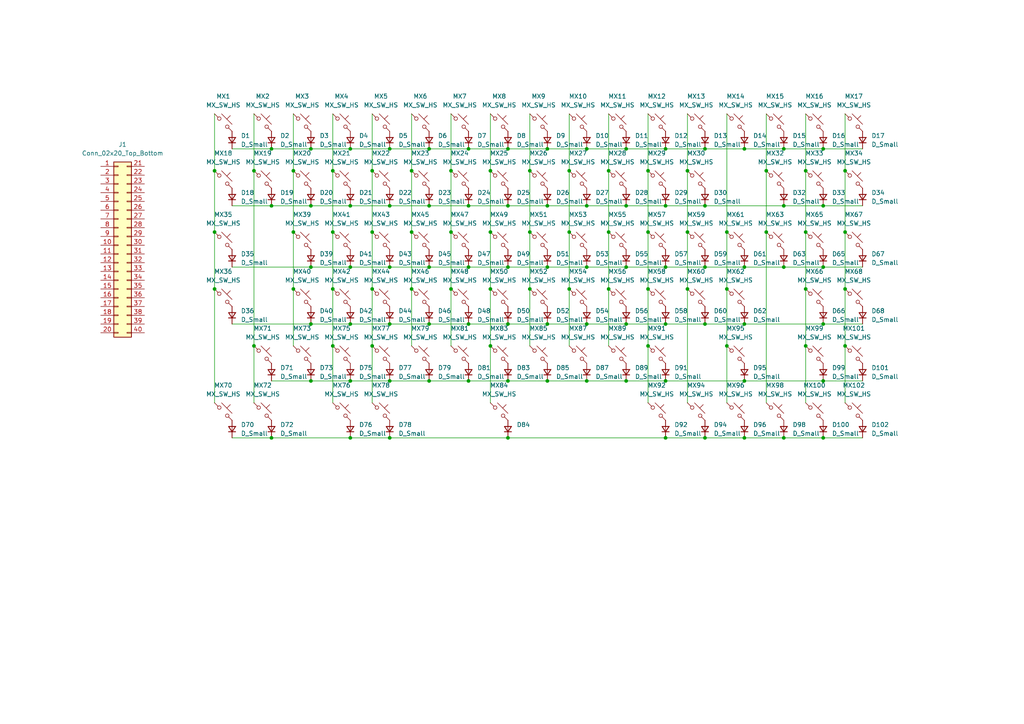
<source format=kicad_sch>
(kicad_sch (version 20231120) (generator "eeschema") (generator_version "8.0")
  (paper "A4")
  (junction (at 227.33 43.18))
  (junction (at 181.61 43.18))
  (junction (at 101.6 77.47))
  (junction (at 130.81 67.31))
  (junction (at 142.24 49.53))
  (junction (at 210.82 100.33))
  (junction (at 78.74 127))
  (junction (at 119.38 49.53))
  (junction (at 238.76 127))
  (junction (at 90.17 110.49))
  (junction (at 147.32 127))
  (junction (at 101.6 59.69))
  (junction (at 153.67 67.31))
  (junction (at 170.18 43.18))
  (junction (at 165.1 83.82))
  (junction (at 62.23 67.31))
  (junction (at 199.39 49.53))
  (junction (at 147.32 110.49))
  (junction (at 233.68 83.82))
  (junction (at 135.89 59.69))
  (junction (at 96.52 49.53))
  (junction (at 130.81 83.82))
  (junction (at 215.9 127))
  (junction (at 90.17 59.69))
  (junction (at 245.11 67.31))
  (junction (at 187.96 49.53))
  (junction (at 153.67 49.53))
  (junction (at 238.76 93.98))
  (junction (at 227.33 127))
  (junction (at 199.39 67.31))
  (junction (at 124.46 93.98))
  (junction (at 227.33 77.47))
  (junction (at 78.74 43.18))
  (junction (at 176.53 67.31))
  (junction (at 101.6 43.18))
  (junction (at 245.11 49.53))
  (junction (at 124.46 110.49))
  (junction (at 158.75 93.98))
  (junction (at 158.75 43.18))
  (junction (at 222.25 67.31))
  (junction (at 238.76 43.18))
  (junction (at 193.04 43.18))
  (junction (at 215.9 93.98))
  (junction (at 165.1 67.31))
  (junction (at 181.61 93.98))
  (junction (at 193.04 127))
  (junction (at 85.09 67.31))
  (junction (at 113.03 127))
  (junction (at 238.76 77.47))
  (junction (at 107.95 49.53))
  (junction (at 147.32 77.47))
  (junction (at 85.09 49.53))
  (junction (at 113.03 93.98))
  (junction (at 181.61 77.47))
  (junction (at 238.76 59.69))
  (junction (at 238.76 110.49))
  (junction (at 210.82 83.82))
  (junction (at 142.24 83.82))
  (junction (at 142.24 67.31))
  (junction (at 107.95 67.31))
  (junction (at 222.25 49.53))
  (junction (at 215.9 110.49))
  (junction (at 124.46 77.47))
  (junction (at 119.38 83.82))
  (junction (at 204.47 127))
  (junction (at 124.46 59.69))
  (junction (at 113.03 43.18))
  (junction (at 135.89 77.47))
  (junction (at 153.67 83.82))
  (junction (at 233.68 49.53))
  (junction (at 101.6 110.49))
  (junction (at 78.74 59.69))
  (junction (at 187.96 67.31))
  (junction (at 142.24 100.33))
  (junction (at 187.96 83.82))
  (junction (at 158.75 59.69))
  (junction (at 204.47 59.69))
  (junction (at 233.68 100.33))
  (junction (at 204.47 43.18))
  (junction (at 62.23 49.53))
  (junction (at 227.33 59.69))
  (junction (at 113.03 77.47))
  (junction (at 73.66 49.53))
  (junction (at 170.18 59.69))
  (junction (at 199.39 83.82))
  (junction (at 90.17 43.18))
  (junction (at 158.75 110.49))
  (junction (at 170.18 77.47))
  (junction (at 176.53 83.82))
  (junction (at 193.04 59.69))
  (junction (at 96.52 67.31))
  (junction (at 204.47 93.98))
  (junction (at 147.32 43.18))
  (junction (at 96.52 83.82))
  (junction (at 193.04 77.47))
  (junction (at 147.32 59.69))
  (junction (at 193.04 110.49))
  (junction (at 215.9 77.47))
  (junction (at 170.18 110.49))
  (junction (at 119.38 67.31))
  (junction (at 101.6 93.98))
  (junction (at 193.04 93.98))
  (junction (at 215.9 43.18))
  (junction (at 124.46 43.18))
  (junction (at 113.03 110.49))
  (junction (at 130.81 49.53))
  (junction (at 158.75 77.47))
  (junction (at 187.96 100.33))
  (junction (at 135.89 110.49))
  (junction (at 245.11 83.82))
  (junction (at 135.89 93.98))
  (junction (at 101.6 127))
  (junction (at 181.61 59.69))
  (junction (at 181.61 110.49))
  (junction (at 135.89 43.18))
  (junction (at 90.17 93.98))
  (junction (at 85.09 83.82))
  (junction (at 73.66 100.33))
  (junction (at 210.82 67.31))
  (junction (at 165.1 49.53))
  (junction (at 107.95 83.82))
  (junction (at 170.18 93.98))
  (junction (at 233.68 67.31))
  (junction (at 96.52 100.33))
  (junction (at 62.23 83.82))
  (junction (at 90.17 77.47))
  (junction (at 147.32 93.98))
  (junction (at 107.95 100.33))
  (junction (at 245.11 100.33))
  (junction (at 204.47 77.47))
  (junction (at 113.03 59.69))
  (junction (at 176.53 49.53))
  (wire (pts (xy 153.67 49.53) (xy 153.67 67.31)))
  (wire (pts (xy 62.23 83.82) (xy 62.23 116.84)))
  (wire (pts (xy 113.03 110.49) (xy 124.46 110.49)))
  (wire (pts (xy 238.76 127) (xy 250.19 127)))
  (wire (pts (xy 245.11 33.02) (xy 245.11 49.53)))
  (wire (pts (xy 176.53 67.31) (xy 176.53 83.82)))
  (wire (pts (xy 147.32 127) (xy 193.04 127)))
  (wire (pts (xy 107.95 33.02) (xy 107.95 49.53)))
  (wire (pts (xy 187.96 83.82) (xy 187.96 100.33)))
  (wire (pts (xy 107.95 83.82) (xy 107.95 100.33)))
  (wire (pts (xy 165.1 49.53) (xy 165.1 67.31)))
  (wire (pts (xy 96.52 49.53) (xy 96.52 67.31)))
  (wire (pts (xy 153.67 33.02) (xy 153.67 49.53)))
  (wire (pts (xy 181.61 77.47) (xy 193.04 77.47)))
  (wire (pts (xy 147.32 43.18) (xy 158.75 43.18)))
  (wire (pts (xy 119.38 83.82) (xy 119.38 100.33)))
  (wire (pts (xy 62.23 49.53) (xy 62.23 67.31)))
  (wire (pts (xy 119.38 33.02) (xy 119.38 49.53)))
  (wire (pts (xy 199.39 33.02) (xy 199.39 49.53)))
  (wire (pts (xy 130.81 49.53) (xy 130.81 67.31)))
  (wire (pts (xy 85.09 33.02) (xy 85.09 49.53)))
  (wire (pts (xy 73.66 33.02) (xy 73.66 49.53)))
  (wire (pts (xy 170.18 43.18) (xy 181.61 43.18)))
  (wire (pts (xy 113.03 59.69) (xy 124.46 59.69)))
  (wire (pts (xy 101.6 77.47) (xy 113.03 77.47)))
  (wire (pts (xy 153.67 83.82) (xy 153.67 100.33)))
  (wire (pts (xy 130.81 67.31) (xy 130.81 83.82)))
  (wire (pts (xy 227.33 127) (xy 238.76 127)))
  (wire (pts (xy 210.82 100.33) (xy 210.82 116.84)))
  (wire (pts (xy 147.32 93.98) (xy 158.75 93.98)))
  (wire (pts (xy 96.52 100.33) (xy 96.52 116.84)))
  (wire (pts (xy 67.31 127) (xy 78.74 127)))
  (wire (pts (xy 193.04 93.98) (xy 204.47 93.98)))
  (wire (pts (xy 193.04 127) (xy 204.47 127)))
  (wire (pts (xy 78.74 127) (xy 101.6 127)))
  (wire (pts (xy 233.68 67.31) (xy 233.68 83.82)))
  (wire (pts (xy 193.04 59.69) (xy 204.47 59.69)))
  (wire (pts (xy 187.96 67.31) (xy 187.96 83.82)))
  (wire (pts (xy 96.52 33.02) (xy 96.52 49.53)))
  (wire (pts (xy 96.52 83.82) (xy 96.52 100.33)))
  (wire (pts (xy 181.61 93.98) (xy 193.04 93.98)))
  (wire (pts (xy 78.74 59.69) (xy 90.17 59.69)))
  (wire (pts (xy 142.24 100.33) (xy 142.24 116.84)))
  (wire (pts (xy 113.03 127) (xy 147.32 127)))
  (wire (pts (xy 142.24 83.82) (xy 142.24 100.33)))
  (wire (pts (xy 204.47 59.69) (xy 227.33 59.69)))
  (wire (pts (xy 90.17 110.49) (xy 101.6 110.49)))
  (wire (pts (xy 165.1 33.02) (xy 165.1 49.53)))
  (wire (pts (xy 124.46 59.69) (xy 135.89 59.69)))
  (wire (pts (xy 199.39 67.31) (xy 199.39 83.82)))
  (wire (pts (xy 90.17 93.98) (xy 101.6 93.98)))
  (wire (pts (xy 176.53 49.53) (xy 176.53 67.31)))
  (wire (pts (xy 193.04 43.18) (xy 204.47 43.18)))
  (wire (pts (xy 233.68 33.02) (xy 233.68 49.53)))
  (wire (pts (xy 107.95 67.31) (xy 107.95 83.82)))
  (wire (pts (xy 238.76 43.18) (xy 250.19 43.18)))
  (wire (pts (xy 67.31 43.18) (xy 78.74 43.18)))
  (wire (pts (xy 85.09 67.31) (xy 85.09 83.82)))
  (wire (pts (xy 119.38 49.53) (xy 119.38 67.31)))
  (wire (pts (xy 181.61 43.18) (xy 193.04 43.18)))
  (wire (pts (xy 233.68 100.33) (xy 233.68 116.84)))
  (wire (pts (xy 215.9 93.98) (xy 238.76 93.98)))
  (wire (pts (xy 233.68 49.53) (xy 233.68 67.31)))
  (wire (pts (xy 153.67 67.31) (xy 153.67 83.82)))
  (wire (pts (xy 130.81 33.02) (xy 130.81 49.53)))
  (wire (pts (xy 107.95 100.33) (xy 107.95 116.84)))
  (wire (pts (xy 193.04 110.49) (xy 215.9 110.49)))
  (wire (pts (xy 165.1 83.82) (xy 165.1 100.33)))
  (wire (pts (xy 215.9 77.47) (xy 227.33 77.47)))
  (wire (pts (xy 135.89 59.69) (xy 147.32 59.69)))
  (wire (pts (xy 158.75 77.47) (xy 170.18 77.47)))
  (wire (pts (xy 204.47 43.18) (xy 215.9 43.18)))
  (wire (pts (xy 187.96 33.02) (xy 187.96 49.53)))
  (wire (pts (xy 90.17 59.69) (xy 101.6 59.69)))
  (wire (pts (xy 187.96 100.33) (xy 187.96 116.84)))
  (wire (pts (xy 176.53 33.02) (xy 176.53 49.53)))
  (wire (pts (xy 238.76 59.69) (xy 250.19 59.69)))
  (wire (pts (xy 124.46 43.18) (xy 135.89 43.18)))
  (wire (pts (xy 142.24 49.53) (xy 142.24 67.31)))
  (wire (pts (xy 170.18 93.98) (xy 181.61 93.98)))
  (wire (pts (xy 85.09 83.82) (xy 85.09 100.33)))
  (wire (pts (xy 245.11 67.31) (xy 245.11 83.82)))
  (wire (pts (xy 222.25 33.02) (xy 222.25 49.53)))
  (wire (pts (xy 119.38 67.31) (xy 119.38 83.82)))
  (wire (pts (xy 147.32 77.47) (xy 158.75 77.47)))
  (wire (pts (xy 170.18 110.49) (xy 181.61 110.49)))
  (wire (pts (xy 210.82 33.02) (xy 210.82 67.31)))
  (wire (pts (xy 101.6 93.98) (xy 113.03 93.98)))
  (wire (pts (xy 187.96 49.53) (xy 187.96 67.31)))
  (wire (pts (xy 215.9 43.18) (xy 227.33 43.18)))
  (wire (pts (xy 124.46 77.47) (xy 135.89 77.47)))
  (wire (pts (xy 101.6 59.69) (xy 113.03 59.69)))
  (wire (pts (xy 158.75 93.98) (xy 170.18 93.98)))
  (wire (pts (xy 135.89 43.18) (xy 147.32 43.18)))
  (wire (pts (xy 67.31 77.47) (xy 90.17 77.47)))
  (wire (pts (xy 210.82 83.82) (xy 210.82 100.33)))
  (wire (pts (xy 78.74 110.49) (xy 90.17 110.49)))
  (wire (pts (xy 227.33 43.18) (xy 238.76 43.18)))
  (wire (pts (xy 67.31 93.98) (xy 90.17 93.98)))
  (wire (pts (xy 62.23 67.31) (xy 62.23 83.82)))
  (wire (pts (xy 96.52 67.31) (xy 96.52 83.82)))
  (wire (pts (xy 199.39 49.53) (xy 199.39 67.31)))
  (wire (pts (xy 245.11 49.53) (xy 245.11 67.31)))
  (wire (pts (xy 222.25 49.53) (xy 222.25 67.31)))
  (wire (pts (xy 204.47 127) (xy 215.9 127)))
  (wire (pts (xy 199.39 83.82) (xy 199.39 116.84)))
  (wire (pts (xy 181.61 110.49) (xy 193.04 110.49)))
  (wire (pts (xy 181.61 59.69) (xy 193.04 59.69)))
  (wire (pts (xy 170.18 77.47) (xy 181.61 77.47)))
  (wire (pts (xy 124.46 110.49) (xy 135.89 110.49)))
  (wire (pts (xy 135.89 110.49) (xy 147.32 110.49)))
  (wire (pts (xy 147.32 59.69) (xy 158.75 59.69)))
  (wire (pts (xy 73.66 49.53) (xy 73.66 100.33)))
  (wire (pts (xy 135.89 93.98) (xy 147.32 93.98)))
  (wire (pts (xy 238.76 77.47) (xy 250.19 77.47)))
  (wire (pts (xy 135.89 77.47) (xy 147.32 77.47)))
  (wire (pts (xy 85.09 49.53) (xy 85.09 67.31)))
  (wire (pts (xy 107.95 49.53) (xy 107.95 67.31)))
  (wire (pts (xy 204.47 77.47) (xy 215.9 77.47)))
  (wire (pts (xy 73.66 100.33) (xy 73.66 116.84)))
  (wire (pts (xy 245.11 83.82) (xy 245.11 100.33)))
  (wire (pts (xy 142.24 67.31) (xy 142.24 83.82)))
  (wire (pts (xy 158.75 59.69) (xy 170.18 59.69)))
  (wire (pts (xy 130.81 83.82) (xy 130.81 100.33)))
  (wire (pts (xy 193.04 77.47) (xy 204.47 77.47)))
  (wire (pts (xy 113.03 43.18) (xy 124.46 43.18)))
  (wire (pts (xy 101.6 127) (xy 113.03 127)))
  (wire (pts (xy 90.17 43.18) (xy 101.6 43.18)))
  (wire (pts (xy 170.18 59.69) (xy 181.61 59.69)))
  (wire (pts (xy 233.68 83.82) (xy 233.68 100.33)))
  (wire (pts (xy 62.23 33.02) (xy 62.23 49.53)))
  (wire (pts (xy 124.46 93.98) (xy 135.89 93.98)))
  (wire (pts (xy 245.11 100.33) (xy 245.11 116.84)))
  (wire (pts (xy 215.9 127) (xy 227.33 127)))
  (wire (pts (xy 238.76 110.49) (xy 250.19 110.49)))
  (wire (pts (xy 215.9 110.49) (xy 238.76 110.49)))
  (wire (pts (xy 78.74 43.18) (xy 90.17 43.18)))
  (wire (pts (xy 210.82 67.31) (xy 210.82 83.82)))
  (wire (pts (xy 113.03 93.98) (xy 124.46 93.98)))
  (wire (pts (xy 176.53 83.82) (xy 176.53 100.33)))
  (wire (pts (xy 158.75 110.49) (xy 170.18 110.49)))
  (wire (pts (xy 204.47 93.98) (xy 215.9 93.98)))
  (wire (pts (xy 101.6 43.18) (xy 113.03 43.18)))
  (wire (pts (xy 227.33 77.47) (xy 238.76 77.47)))
  (wire (pts (xy 113.03 77.47) (xy 124.46 77.47)))
  (wire (pts (xy 90.17 77.47) (xy 101.6 77.47)))
  (wire (pts (xy 222.25 67.31) (xy 222.25 116.84)))
  (wire (pts (xy 165.1 67.31) (xy 165.1 83.82)))
  (wire (pts (xy 67.31 59.69) (xy 78.74 59.69)))
  (wire (pts (xy 158.75 43.18) (xy 170.18 43.18)))
  (wire (pts (xy 227.33 59.69) (xy 238.76 59.69)))
  (wire (pts (xy 238.76 93.98) (xy 250.19 93.98)))
  (wire (pts (xy 142.24 33.02) (xy 142.24 49.53)))
  (wire (pts (xy 147.32 110.49) (xy 158.75 110.49)))
  (wire (pts (xy 101.6 110.49) (xy 113.03 110.49)))
  (symbol (lib_id "Device:D_Small") (at 250.19 74.93 90) (unit 1)
    (property "Reference" "D67" (at 252.73 73.6599 90) (effects (justify right)))
    (property "Value" "D_Small" (at 252.73 76.1999 90) (effects (justify right)))
    (property "Description" "Diode, small symbol" (effects (hide yes)))
    (property "Sim.Device" "D" (effects (hide yes)))
    (property "Sim.Pins" "1=K 2=A" (effects (hide yes)))
  )
  (symbol (lib_id "Device:D_Small") (at 135.89 91.44 90) (unit 1)
    (property "Reference" "D48" (at 138.43 90.1699 90) (effects (justify right)))
    (property "Value" "D_Small" (at 138.43 92.7099 90) (effects (justify right)))
    (property "Description" "Diode, small symbol" (effects (hide yes)))
    (property "Sim.Device" "D" (effects (hide yes)))
    (property "Sim.Pins" "1=K 2=A" (effects (hide yes)))
  )
  (symbol (lib_id "Device:D_Small") (at 135.89 107.95 90) (unit 1)
    (property "Reference" "D81" (at 138.43 106.6799 90) (effects (justify right)))
    (property "Value" "D_Small" (at 138.43 109.2199 90) (effects (justify right)))
    (property "Description" "Diode, small symbol" (effects (hide yes)))
    (property "Sim.Device" "D" (effects (hide yes)))
    (property "Sim.Pins" "1=K 2=A" (effects (hide yes)))
  )
  (symbol (lib_id "marbastlib-mx:MX_SW_HS_CPG151101S11") (at 99.06 69.85 0) (unit 1)
    (property "Reference" "MX41" (at 99.06 62.23 0))
    (property "Value" "MX_SW_HS" (at 99.06 64.77 0))
    (property "Footprint" "PCM_marbastlib-mx:SW_MX_HS_CPG151101S11_1u" (effects (hide yes)))
    (property "Description" "Push button switch, normally open, two pins, 45° tilted, Kailh CPG151101S11 for Cherry MX style switches" (effects (hide yes)))
  )
  (symbol (lib_id "marbastlib-mx:MX_SW_HS_CPG151101S11") (at 110.49 102.87 0) (unit 1)
    (property "Reference" "MX77" (at 110.49 95.25 0))
    (property "Value" "MX_SW_HS" (at 110.49 97.79 0))
    (property "Footprint" "PCM_marbastlib-mx:SW_MX_HS_CPG151101S11_1u" (effects (hide yes)))
    (property "Description" "Push button switch, normally open, two pins, 45° tilted, Kailh CPG151101S11 for Cherry MX style switches" (effects (hide yes)))
  )
  (symbol (lib_id "marbastlib-mx:MX_SW_HS_CPG151101S11") (at 99.06 86.36 0) (unit 1)
    (property "Reference" "MX42" (at 99.06 78.74 0))
    (property "Value" "MX_SW_HS" (at 99.06 81.28 0))
    (property "Footprint" "PCM_marbastlib-mx:SW_MX_HS_CPG151101S11_1u" (effects (hide yes)))
    (property "Description" "Push button switch, normally open, two pins, 45° tilted, Kailh CPG151101S11 for Cherry MX style switches" (effects (hide yes)))
  )
  (symbol (lib_id "Device:D_Small") (at 170.18 74.93 90) (unit 1)
    (property "Reference" "D53" (at 172.72 73.6599 90) (effects (justify right)))
    (property "Value" "D_Small" (at 172.72 76.1999 90) (effects (justify right)))
    (property "Description" "Diode, small symbol" (effects (hide yes)))
    (property "Sim.Device" "D" (effects (hide yes)))
    (property "Sim.Pins" "1=K 2=A" (effects (hide yes)))
  )
  (symbol (lib_id "marbastlib-mx:MX_SW_HS_CPG151101S11") (at 190.5 102.87 0) (unit 1)
    (property "Reference" "MX91" (at 190.5 95.25 0))
    (property "Value" "MX_SW_HS" (at 190.5 97.79 0))
    (property "Footprint" "PCM_marbastlib-mx:SW_MX_HS_CPG151101S11_1u" (effects (hide yes)))
    (property "Description" "Push button switch, normally open, two pins, 45° tilted, Kailh CPG151101S11 for Cherry MX style switches" (effects (hide yes)))
  )
  (symbol (lib_id "marbastlib-mx:MX_SW_HS_CPG151101S11") (at 179.07 86.36 0) (unit 1)
    (property "Reference" "MX56" (at 179.07 78.74 0))
    (property "Value" "MX_SW_HS" (at 179.07 81.28 0))
    (property "Footprint" "PCM_marbastlib-mx:SW_MX_HS_CPG151101S11_1u" (effects (hide yes)))
    (property "Description" "Push button switch, normally open, two pins, 45° tilted, Kailh CPG151101S11 for Cherry MX style switches" (effects (hide yes)))
  )
  (symbol (lib_id "marbastlib-mx:MX_SW_HS_CPG151101S11") (at 236.22 52.07 0) (unit 1)
    (property "Reference" "MX33" (at 236.22 44.45 0))
    (property "Value" "MX_SW_HS" (at 236.22 46.99 0))
    (property "Footprint" "PCM_marbastlib-mx:SW_MX_HS_CPG151101S11_1u" (effects (hide yes)))
    (property "Description" "Push button switch, normally open, two pins, 45° tilted, Kailh CPG151101S11 for Cherry MX style switches" (effects (hide yes)))
  )
  (symbol (lib_id "marbastlib-mx:MX_SW_HS_CPG151101S11") (at 201.93 52.07 0) (unit 1)
    (property "Reference" "MX30" (at 201.93 44.45 0))
    (property "Value" "MX_SW_HS" (at 201.93 46.99 0))
    (property "Footprint" "PCM_marbastlib-mx:SW_MX_HS_CPG151101S11_1u" (effects (hide yes)))
    (property "Description" "Push button switch, normally open, two pins, 45° tilted, Kailh CPG151101S11 for Cherry MX style switches" (effects (hide yes)))
  )
  (symbol (lib_id "Device:D_Small") (at 90.17 91.44 90) (unit 1)
    (property "Reference" "D40" (at 92.71 90.1699 90) (effects (justify right)))
    (property "Value" "D_Small" (at 92.71 92.7099 90) (effects (justify right)))
    (property "Description" "Diode, small symbol" (effects (hide yes)))
    (property "Sim.Device" "D" (effects (hide yes)))
    (property "Sim.Pins" "1=K 2=A" (effects (hide yes)))
  )
  (symbol (lib_id "marbastlib-mx:MX_SW_HS_CPG151101S11") (at 64.77 86.36 0) (unit 1)
    (property "Reference" "MX36" (at 64.77 78.74 0))
    (property "Value" "MX_SW_HS" (at 64.77 81.28 0))
    (property "Footprint" "PCM_marbastlib-mx:SW_MX_HS_CPG151101S11_1u" (effects (hide yes)))
    (property "Description" "Push button switch, normally open, two pins, 45° tilted, Kailh CPG151101S11 for Cherry MX style switches" (effects (hide yes)))
  )
  (symbol (lib_id "marbastlib-mx:MX_SW_HS_CPG151101S11") (at 133.35 86.36 0) (unit 1)
    (property "Reference" "MX48" (at 133.35 78.74 0))
    (property "Value" "MX_SW_HS" (at 133.35 81.28 0))
    (property "Footprint" "PCM_marbastlib-mx:SW_MX_HS_CPG151101S11_1u" (effects (hide yes)))
    (property "Description" "Push button switch, normally open, two pins, 45° tilted, Kailh CPG151101S11 for Cherry MX style switches" (effects (hide yes)))
  )
  (symbol (lib_id "Device:D_Small") (at 147.32 91.44 90) (unit 1)
    (property "Reference" "D50" (at 149.86 90.1699 90) (effects (justify right)))
    (property "Value" "D_Small" (at 149.86 92.7099 90) (effects (justify right)))
    (property "Description" "Diode, small symbol" (effects (hide yes)))
    (property "Sim.Device" "D" (effects (hide yes)))
    (property "Sim.Pins" "1=K 2=A" (effects (hide yes)))
  )
  (symbol (lib_id "marbastlib-mx:MX_SW_HS_CPG151101S11") (at 247.65 69.85 0) (unit 1)
    (property "Reference" "MX67" (at 247.65 62.23 0))
    (property "Value" "MX_SW_HS" (at 247.65 64.77 0))
    (property "Footprint" "PCM_marbastlib-mx:SW_MX_HS_CPG151101S11_1u" (effects (hide yes)))
    (property "Description" "Push button switch, normally open, two pins, 45° tilted, Kailh CPG151101S11 for Cherry MX style switches" (effects (hide yes)))
  )
  (symbol (lib_id "marbastlib-mx:MX_SW_HS_CPG151101S11") (at 156.21 52.07 0) (unit 1)
    (property "Reference" "MX26" (at 156.21 44.45 0))
    (property "Value" "MX_SW_HS" (at 156.21 46.99 0))
    (property "Footprint" "PCM_marbastlib-mx:SW_MX_HS_CPG151101S11_1u" (effects (hide yes)))
    (property "Description" "Push button switch, normally open, two pins, 45° tilted, Kailh CPG151101S11 for Cherry MX style switches" (effects (hide yes)))
  )
  (symbol (lib_id "Device:D_Small") (at 147.32 74.93 90) (unit 1)
    (property "Reference" "D49" (at 149.86 73.6599 90) (effects (justify right)))
    (property "Value" "D_Small" (at 149.86 76.1999 90) (effects (justify right)))
    (property "Description" "Diode, small symbol" (effects (hide yes)))
    (property "Sim.Device" "D" (effects (hide yes)))
    (property "Sim.Pins" "1=K 2=A" (effects (hide yes)))
  )
  (symbol (lib_id "marbastlib-mx:MX_SW_HS_CPG151101S11") (at 76.2 52.07 0) (unit 1)
    (property "Reference" "MX19" (at 76.2 44.45 0))
    (property "Value" "MX_SW_HS" (at 76.2 46.99 0))
    (property "Footprint" "PCM_marbastlib-mx:SW_MX_HS_CPG151101S11_1u" (effects (hide yes)))
    (property "Description" "Push button switch, normally open, two pins, 45° tilted, Kailh CPG151101S11 for Cherry MX style switches" (effects (hide yes)))
  )
  (symbol (lib_id "marbastlib-mx:MX_SW_HS_CPG151101S11") (at 190.5 119.38 0) (unit 1)
    (property "Reference" "MX92" (at 190.5 111.76 0))
    (property "Value" "MX_SW_HS" (at 190.5 114.3 0))
    (property "Footprint" "PCM_marbastlib-mx:SW_MX_HS_CPG151101S11_1u" (effects (hide yes)))
    (property "Description" "Push button switch, normally open, two pins, 45° tilted, Kailh CPG151101S11 for Cherry MX style switches" (effects (hide yes)))
  )
  (symbol (lib_id "Device:D_Small") (at 90.17 107.95 90) (unit 1)
    (property "Reference" "D73" (at 92.71 106.6799 90) (effects (justify right)))
    (property "Value" "D_Small" (at 92.71 109.2199 90) (effects (justify right)))
    (property "Description" "Diode, small symbol" (effects (hide yes)))
    (property "Sim.Device" "D" (effects (hide yes)))
    (property "Sim.Pins" "1=K 2=A" (effects (hide yes)))
  )
  (symbol (lib_id "marbastlib-mx:MX_SW_HS_CPG151101S11") (at 144.78 35.56 0) (unit 1)
    (property "Reference" "MX8" (at 144.78 27.94 0))
    (property "Value" "MX_SW_HS" (at 144.78 30.48 0))
    (property "Footprint" "PCM_marbastlib-mx:SW_MX_HS_CPG151101S11_1u" (effects (hide yes)))
    (property "Description" "Push button switch, normally open, two pins, 45° tilted, Kailh CPG151101S11 for Cherry MX style switches" (effects (hide yes)))
  )
  (symbol (lib_id "marbastlib-mx:MX_SW_HS_CPG151101S11") (at 133.35 102.87 0) (unit 1)
    (property "Reference" "MX81" (at 133.35 95.25 0))
    (property "Value" "MX_SW_HS" (at 133.35 97.79 0))
    (property "Footprint" "PCM_marbastlib-mx:SW_MX_HS_CPG151101S11_1u" (effects (hide yes)))
    (property "Description" "Push button switch, normally open, two pins, 45° tilted, Kailh CPG151101S11 for Cherry MX style switches" (effects (hide yes)))
  )
  (symbol (lib_id "marbastlib-mx:MX_SW_HS_CPG151101S11") (at 121.92 102.87 0) (unit 1)
    (property "Reference" "MX79" (at 121.92 95.25 0))
    (property "Value" "MX_SW_HS" (at 121.92 97.79 0))
    (property "Footprint" "PCM_marbastlib-mx:SW_MX_HS_CPG151101S11_1u" (effects (hide yes)))
    (property "Description" "Push button switch, normally open, two pins, 45° tilted, Kailh CPG151101S11 for Cherry MX style switches" (effects (hide yes)))
  )
  (symbol (lib_id "marbastlib-mx:MX_SW_HS_CPG151101S11") (at 110.49 52.07 0) (unit 1)
    (property "Reference" "MX22" (at 110.49 44.45 0))
    (property "Value" "MX_SW_HS" (at 110.49 46.99 0))
    (property "Footprint" "PCM_marbastlib-mx:SW_MX_HS_CPG151101S11_1u" (effects (hide yes)))
    (property "Description" "Push button switch, normally open, two pins, 45° tilted, Kailh CPG151101S11 for Cherry MX style switches" (effects (hide yes)))
  )
  (symbol (lib_id "marbastlib-mx:MX_SW_HS_CPG151101S11") (at 121.92 35.56 0) (unit 1)
    (property "Reference" "MX6" (at 121.92 27.94 0))
    (property "Value" "MX_SW_HS" (at 121.92 30.48 0))
    (property "Footprint" "PCM_marbastlib-mx:SW_MX_HS_CPG151101S11_1u" (effects (hide yes)))
    (property "Description" "Push button switch, normally open, two pins, 45° tilted, Kailh CPG151101S11 for Cherry MX style switches" (effects (hide yes)))
  )
  (symbol (lib_id "Device:D_Small") (at 113.03 124.46 90) (unit 1)
    (property "Reference" "D78" (at 115.57 123.1899 90) (effects (justify right)))
    (property "Value" "D_Small" (at 115.57 125.7299 90) (effects (justify right)))
    (property "Description" "Diode, small symbol" (effects (hide yes)))
    (property "Sim.Device" "D" (effects (hide yes)))
    (property "Sim.Pins" "1=K 2=A" (effects (hide yes)))
  )
  (symbol (lib_id "Device:D_Small") (at 90.17 74.93 90) (unit 1)
    (property "Reference" "D39" (at 92.71 73.6599 90) (effects (justify right)))
    (property "Value" "D_Small" (at 92.71 76.1999 90) (effects (justify right)))
    (property "Description" "Diode, small symbol" (effects (hide yes)))
    (property "Sim.Device" "D" (effects (hide yes)))
    (property "Sim.Pins" "1=K 2=A" (effects (hide yes)))
  )
  (symbol (lib_id "Device:D_Small") (at 193.04 91.44 90) (unit 1)
    (property "Reference" "D58" (at 195.58 90.1699 90) (effects (justify right)))
    (property "Value" "D_Small" (at 195.58 92.7099 90) (effects (justify right)))
    (property "Description" "Diode, small symbol" (effects (hide yes)))
    (property "Sim.Device" "D" (effects (hide yes)))
    (property "Sim.Pins" "1=K 2=A" (effects (hide yes)))
  )
  (symbol (lib_id "marbastlib-mx:MX_SW_HS_CPG151101S11") (at 144.78 69.85 0) (unit 1)
    (property "Reference" "MX49" (at 144.78 62.23 0))
    (property "Value" "MX_SW_HS" (at 144.78 64.77 0))
    (property "Footprint" "PCM_marbastlib-mx:SW_MX_HS_CPG151101S11_1u" (effects (hide yes)))
    (property "Description" "Push button switch, normally open, two pins, 45° tilted, Kailh CPG151101S11 for Cherry MX style switches" (effects (hide yes)))
  )
  (symbol (lib_id "Device:D_Small") (at 215.9 124.46 90) (unit 1)
    (property "Reference" "D96" (at 218.44 123.1899 90) (effects (justify right)))
    (property "Value" "D_Small" (at 218.44 125.7299 90) (effects (justify right)))
    (property "Description" "Diode, small symbol" (effects (hide yes)))
    (property "Sim.Device" "D" (effects (hide yes)))
    (property "Sim.Pins" "1=K 2=A" (effects (hide yes)))
  )
  (symbol (lib_id "marbastlib-mx:MX_SW_HS_CPG151101S11") (at 201.93 35.56 0) (unit 1)
    (property "Reference" "MX13" (at 201.93 27.94 0))
    (property "Value" "MX_SW_HS" (at 201.93 30.48 0))
    (property "Footprint" "PCM_marbastlib-mx:SW_MX_HS_CPG151101S11_1u" (effects (hide yes)))
    (property "Description" "Push button switch, normally open, two pins, 45° tilted, Kailh CPG151101S11 for Cherry MX style switches" (effects (hide yes)))
  )
  (symbol (lib_id "marbastlib-mx:MX_SW_HS_CPG151101S11") (at 247.65 86.36 0) (unit 1)
    (property "Reference" "MX68" (at 247.65 78.74 0))
    (property "Value" "MX_SW_HS" (at 247.65 81.28 0))
    (property "Footprint" "PCM_marbastlib-mx:SW_MX_HS_CPG151101S11_1u" (effects (hide yes)))
    (property "Description" "Push button switch, normally open, two pins, 45° tilted, Kailh CPG151101S11 for Cherry MX style switches" (effects (hide yes)))
  )
  (symbol (lib_id "Device:D_Small") (at 215.9 40.64 90) (unit 1)
    (property "Reference" "D14" (at 218.44 39.3699 90) (effects (justify right)))
    (property "Value" "D_Small" (at 218.44 41.9099 90) (effects (justify right)))
    (property "Description" "Diode, small symbol" (effects (hide yes)))
    (property "Sim.Device" "D" (effects (hide yes)))
    (property "Sim.Pins" "1=K 2=A" (effects (hide yes)))
  )
  (symbol (lib_id "Device:D_Small") (at 250.19 57.15 90) (unit 1)
    (property "Reference" "D34" (at 252.73 55.8799 90) (effects (justify right)))
    (property "Value" "D_Small" (at 252.73 58.4199 90) (effects (justify right)))
    (property "Description" "Diode, small symbol" (effects (hide yes)))
    (property "Sim.Device" "D" (effects (hide yes)))
    (property "Sim.Pins" "1=K 2=A" (effects (hide yes)))
  )
  (symbol (lib_id "marbastlib-mx:MX_SW_HS_CPG151101S11") (at 213.36 119.38 0) (unit 1)
    (property "Reference" "MX96" (at 213.36 111.76 0))
    (property "Value" "MX_SW_HS" (at 213.36 114.3 0))
    (property "Footprint" "PCM_marbastlib-mx:SW_MX_HS_CPG151101S11_1u" (effects (hide yes)))
    (property "Description" "Push button switch, normally open, two pins, 45° tilted, Kailh CPG151101S11 for Cherry MX style switches" (effects (hide yes)))
  )
  (symbol (lib_id "Device:D_Small") (at 147.32 107.95 90) (unit 1)
    (property "Reference" "D83" (at 149.86 106.6799 90) (effects (justify right)))
    (property "Value" "D_Small" (at 149.86 109.2199 90) (effects (justify right)))
    (property "Description" "Diode, small symbol" (effects (hide yes)))
    (property "Sim.Device" "D" (effects (hide yes)))
    (property "Sim.Pins" "1=K 2=A" (effects (hide yes)))
  )
  (symbol (lib_id "marbastlib-mx:MX_SW_HS_CPG151101S11") (at 167.64 69.85 0) (unit 1)
    (property "Reference" "MX53" (at 167.64 62.23 0))
    (property "Value" "MX_SW_HS" (at 167.64 64.77 0))
    (property "Footprint" "PCM_marbastlib-mx:SW_MX_HS_CPG151101S11_1u" (effects (hide yes)))
    (property "Description" "Push button switch, normally open, two pins, 45° tilted, Kailh CPG151101S11 for Cherry MX style switches" (effects (hide yes)))
  )
  (symbol (lib_id "Device:D_Small") (at 250.19 124.46 90) (unit 1)
    (property "Reference" "D102" (at 252.73 123.1899 90) (effects (justify right)))
    (property "Value" "D_Small" (at 252.73 125.7299 90) (effects (justify right)))
    (property "Description" "Diode, small symbol" (effects (hide yes)))
    (property "Sim.Device" "D" (effects (hide yes)))
    (property "Sim.Pins" "1=K 2=A" (effects (hide yes)))
  )
  (symbol (lib_id "Device:D_Small") (at 113.03 91.44 90) (unit 1)
    (property "Reference" "D44" (at 115.57 90.1699 90) (effects (justify right)))
    (property "Value" "D_Small" (at 115.57 92.7099 90) (effects (justify right)))
    (property "Description" "Diode, small symbol" (effects (hide yes)))
    (property "Sim.Device" "D" (effects (hide yes)))
    (property "Sim.Pins" "1=K 2=A" (effects (hide yes)))
  )
  (symbol (lib_id "marbastlib-mx:MX_SW_HS_CPG151101S11") (at 236.22 69.85 0) (unit 1)
    (property "Reference" "MX65" (at 236.22 62.23 0))
    (property "Value" "MX_SW_HS" (at 236.22 64.77 0))
    (property "Footprint" "PCM_marbastlib-mx:SW_MX_HS_CPG151101S11_1u" (effects (hide yes)))
    (property "Description" "Push button switch, normally open, two pins, 45° tilted, Kailh CPG151101S11 for Cherry MX style switches" (effects (hide yes)))
  )
  (symbol (lib_id "marbastlib-mx:MX_SW_HS_CPG151101S11") (at 179.07 35.56 0) (unit 1)
    (property "Reference" "MX11" (at 179.07 27.94 0))
    (property "Value" "MX_SW_HS" (at 179.07 30.48 0))
    (property "Footprint" "PCM_marbastlib-mx:SW_MX_HS_CPG151101S11_1u" (effects (hide yes)))
    (property "Description" "Push button switch, normally open, two pins, 45° tilted, Kailh CPG151101S11 for Cherry MX style switches" (effects (hide yes)))
  )
  (symbol (lib_id "marbastlib-mx:MX_SW_HS_CPG151101S11") (at 167.64 86.36 0) (unit 1)
    (property "Reference" "MX54" (at 167.64 78.74 0))
    (property "Value" "MX_SW_HS" (at 167.64 81.28 0))
    (property "Footprint" "PCM_marbastlib-mx:SW_MX_HS_CPG151101S11_1u" (effects (hide yes)))
    (property "Description" "Push button switch, normally open, two pins, 45° tilted, Kailh CPG151101S11 for Cherry MX style switches" (effects (hide yes)))
  )
  (symbol (lib_id "marbastlib-mx:MX_SW_HS_CPG151101S11") (at 247.65 52.07 0) (unit 1)
    (property "Reference" "MX34" (at 247.65 44.45 0))
    (property "Value" "MX_SW_HS" (at 247.65 46.99 0))
    (property "Footprint" "PCM_marbastlib-mx:SW_MX_HS_CPG151101S11_1u" (effects (hide yes)))
    (property "Description" "Push button switch, normally open, two pins, 45° tilted, Kailh CPG151101S11 for Cherry MX style switches" (effects (hide yes)))
  )
  (symbol (lib_id "Device:D_Small") (at 170.18 107.95 90) (unit 1)
    (property "Reference" "D87" (at 172.72 106.6799 90) (effects (justify right)))
    (property "Value" "D_Small" (at 172.72 109.2199 90) (effects (justify right)))
    (property "Description" "Diode, small symbol" (effects (hide yes)))
    (property "Sim.Device" "D" (effects (hide yes)))
    (property "Sim.Pins" "1=K 2=A" (effects (hide yes)))
  )
  (symbol (lib_id "Device:D_Small") (at 101.6 74.93 90) (unit 1)
    (property "Reference" "D41" (at 104.14 73.6599 90) (effects (justify right)))
    (property "Value" "D_Small" (at 104.14 76.1999 90) (effects (justify right)))
    (property "Description" "Diode, small symbol" (effects (hide yes)))
    (property "Sim.Device" "D" (effects (hide yes)))
    (property "Sim.Pins" "1=K 2=A" (effects (hide yes)))
  )
  (symbol (lib_id "Device:D_Small") (at 250.19 107.95 90) (unit 1)
    (property "Reference" "D101" (at 252.73 106.6799 90) (effects (justify right)))
    (property "Value" "D_Small" (at 252.73 109.2199 90) (effects (justify right)))
    (property "Description" "Diode, small symbol" (effects (hide yes)))
    (property "Sim.Device" "D" (effects (hide yes)))
    (property "Sim.Pins" "1=K 2=A" (effects (hide yes)))
  )
  (symbol (lib_id "Device:D_Small") (at 204.47 57.15 90) (unit 1)
    (property "Reference" "D30" (at 207.01 55.8799 90) (effects (justify right)))
    (property "Value" "D_Small" (at 207.01 58.4199 90) (effects (justify right)))
    (property "Description" "Diode, small symbol" (effects (hide yes)))
    (property "Sim.Device" "D" (effects (hide yes)))
    (property "Sim.Pins" "1=K 2=A" (effects (hide yes)))
  )
  (symbol (lib_id "Device:D_Small") (at 147.32 40.64 90) (unit 1)
    (property "Reference" "D8" (at 149.86 39.3699 90) (effects (justify right)))
    (property "Value" "D_Small" (at 149.86 41.9099 90) (effects (justify right)))
    (property "Description" "Diode, small symbol" (effects (hide yes)))
    (property "Sim.Device" "D" (effects (hide yes)))
    (property "Sim.Pins" "1=K 2=A" (effects (hide yes)))
  )
  (symbol (lib_id "marbastlib-mx:MX_SW_HS_CPG151101S11") (at 190.5 69.85 0) (unit 1)
    (property "Reference" "MX57" (at 190.5 62.23 0))
    (property "Value" "MX_SW_HS" (at 190.5 64.77 0))
    (property "Footprint" "PCM_marbastlib-mx:SW_MX_HS_CPG151101S11_1u" (effects (hide yes)))
    (property "Description" "Push button switch, normally open, two pins, 45° tilted, Kailh CPG151101S11 for Cherry MX style switches" (effects (hide yes)))
  )
  (symbol (lib_id "Device:D_Small") (at 90.17 57.15 90) (unit 1)
    (property "Reference" "D20" (at 92.71 55.8799 90) (effects (justify right)))
    (property "Value" "D_Small" (at 92.71 58.4199 90) (effects (justify right)))
    (property "Description" "Diode, small symbol" (effects (hide yes)))
    (property "Sim.Device" "D" (effects (hide yes)))
    (property "Sim.Pins" "1=K 2=A" (effects (hide yes)))
  )
  (symbol (lib_id "marbastlib-mx:MX_SW_HS_CPG151101S11") (at 247.65 102.87 0) (unit 1)
    (property "Reference" "MX101" (at 247.65 95.25 0))
    (property "Value" "MX_SW_HS" (at 247.65 97.79 0))
    (property "Footprint" "PCM_marbastlib-mx:SW_MX_HS_CPG151101S11_1u" (effects (hide yes)))
    (property "Description" "Push button switch, normally open, two pins, 45° tilted, Kailh CPG151101S11 for Cherry MX style switches" (effects (hide yes)))
  )
  (symbol (lib_id "marbastlib-mx:MX_SW_HS_CPG151101S11") (at 201.93 69.85 0) (unit 1)
    (property "Reference" "MX59" (at 201.93 62.23 0))
    (property "Value" "MX_SW_HS" (at 201.93 64.77 0))
    (property "Footprint" "PCM_marbastlib-mx:SW_MX_HS_CPG151101S11_1u" (effects (hide yes)))
    (property "Description" "Push button switch, normally open, two pins, 45° tilted, Kailh CPG151101S11 for Cherry MX style switches" (effects (hide yes)))
  )
  (symbol (lib_id "marbastlib-mx:MX_SW_HS_CPG151101S11") (at 190.5 35.56 0) (unit 1)
    (property "Reference" "MX12" (at 190.5 27.94 0))
    (property "Value" "MX_SW_HS" (at 190.5 30.48 0))
    (property "Footprint" "PCM_marbastlib-mx:SW_MX_HS_CPG151101S11_1u" (effects (hide yes)))
    (property "Description" "Push button switch, normally open, two pins, 45° tilted, Kailh CPG151101S11 for Cherry MX style switches" (effects (hide yes)))
  )
  (symbol (lib_id "Device:D_Small") (at 135.89 57.15 90) (unit 1)
    (property "Reference" "D24" (at 138.43 55.8799 90) (effects (justify right)))
    (property "Value" "D_Small" (at 138.43 58.4199 90) (effects (justify right)))
    (property "Description" "Diode, small symbol" (effects (hide yes)))
    (property "Sim.Device" "D" (effects (hide yes)))
    (property "Sim.Pins" "1=K 2=A" (effects (hide yes)))
  )
  (symbol (lib_id "marbastlib-mx:MX_SW_HS_CPG151101S11") (at 133.35 69.85 0) (unit 1)
    (property "Reference" "MX47" (at 133.35 62.23 0))
    (property "Value" "MX_SW_HS" (at 133.35 64.77 0))
    (property "Footprint" "PCM_marbastlib-mx:SW_MX_HS_CPG151101S11_1u" (effects (hide yes)))
    (property "Description" "Push button switch, normally open, two pins, 45° tilted, Kailh CPG151101S11 for Cherry MX style switches" (effects (hide yes)))
  )
  (symbol (lib_id "Device:D_Small") (at 204.47 40.64 90) (unit 1)
    (property "Reference" "D13" (at 207.01 39.3699 90) (effects (justify right)))
    (property "Value" "D_Small" (at 207.01 41.9099 90) (effects (justify right)))
    (property "Description" "Diode, small symbol" (effects (hide yes)))
    (property "Sim.Device" "D" (effects (hide yes)))
    (property "Sim.Pins" "1=K 2=A" (effects (hide yes)))
  )
  (symbol (lib_id "Device:D_Small") (at 67.31 57.15 90) (unit 1)
    (property "Reference" "D18" (at 69.85 55.8799 90) (effects (justify right)))
    (property "Value" "D_Small" (at 69.85 58.4199 90) (effects (justify right)))
    (property "Description" "Diode, small symbol" (effects (hide yes)))
    (property "Sim.Device" "D" (effects (hide yes)))
    (property "Sim.Pins" "1=K 2=A" (effects (hide yes)))
  )
  (symbol (lib_id "Device:D_Small") (at 193.04 107.95 90) (unit 1)
    (property "Reference" "D91" (at 195.58 106.6799 90) (effects (justify right)))
    (property "Value" "D_Small" (at 195.58 109.2199 90) (effects (justify right)))
    (property "Description" "Diode, small symbol" (effects (hide yes)))
    (property "Sim.Device" "D" (effects (hide yes)))
    (property "Sim.Pins" "1=K 2=A" (effects (hide yes)))
  )
  (symbol (lib_id "marbastlib-mx:MX_SW_HS_CPG151101S11") (at 179.07 69.85 0) (unit 1)
    (property "Reference" "MX55" (at 179.07 62.23 0))
    (property "Value" "MX_SW_HS" (at 179.07 64.77 0))
    (property "Footprint" "PCM_marbastlib-mx:SW_MX_HS_CPG151101S11_1u" (effects (hide yes)))
    (property "Description" "Push button switch, normally open, two pins, 45° tilted, Kailh CPG151101S11 for Cherry MX style switches" (effects (hide yes)))
  )
  (symbol (lib_id "Device:D_Small") (at 238.76 74.93 90) (unit 1)
    (property "Reference" "D65" (at 241.3 73.6599 90) (effects (justify right)))
    (property "Value" "D_Small" (at 241.3 76.1999 90) (effects (justify right)))
    (property "Description" "Diode, small symbol" (effects (hide yes)))
    (property "Sim.Device" "D" (effects (hide yes)))
    (property "Sim.Pins" "1=K 2=A" (effects (hide yes)))
  )
  (symbol (lib_id "Device:D_Small") (at 113.03 107.95 90) (unit 1)
    (property "Reference" "D77" (at 115.57 106.6799 90) (effects (justify right)))
    (property "Value" "D_Small" (at 115.57 109.2199 90) (effects (justify right)))
    (property "Description" "Diode, small symbol" (effects (hide yes)))
    (property "Sim.Device" "D" (effects (hide yes)))
    (property "Sim.Pins" "1=K 2=A" (effects (hide yes)))
  )
  (symbol (lib_id "Device:D_Small") (at 67.31 40.64 90) (unit 1)
    (property "Reference" "D1" (at 69.85 39.3699 90) (effects (justify right)))
    (property "Value" "D_Small" (at 69.85 41.9099 90) (effects (justify right)))
    (property "Description" "Diode, small symbol" (effects (hide yes)))
    (property "Sim.Device" "D" (effects (hide yes)))
    (property "Sim.Pins" "1=K 2=A" (effects (hide yes)))
  )
  (symbol (lib_id "Device:D_Small") (at 204.47 124.46 90) (unit 1)
    (property "Reference" "D94" (at 207.01 123.1899 90) (effects (justify right)))
    (property "Value" "D_Small" (at 207.01 125.7299 90) (effects (justify right)))
    (property "Description" "Diode, small symbol" (effects (hide yes)))
    (property "Sim.Device" "D" (effects (hide yes)))
    (property "Sim.Pins" "1=K 2=A" (effects (hide yes)))
  )
  (symbol (lib_id "marbastlib-mx:MX_SW_HS_CPG151101S11") (at 236.22 119.38 0) (unit 1)
    (property "Reference" "MX100" (at 236.22 111.76 0))
    (property "Value" "MX_SW_HS" (at 236.22 114.3 0))
    (property "Footprint" "PCM_marbastlib-mx:SW_MX_HS_CPG151101S11_1u" (effects (hide yes)))
    (property "Description" "Push button switch, normally open, two pins, 45° tilted, Kailh CPG151101S11 for Cherry MX style switches" (effects (hide yes)))
  )
  (symbol (lib_id "Device:D_Small") (at 193.04 57.15 90) (unit 1)
    (property "Reference" "D29" (at 195.58 55.8799 90) (effects (justify right)))
    (property "Value" "D_Small" (at 195.58 58.4199 90) (effects (justify right)))
    (property "Description" "Diode, small symbol" (effects (hide yes)))
    (property "Sim.Device" "D" (effects (hide yes)))
    (property "Sim.Pins" "1=K 2=A" (effects (hide yes)))
  )
  (symbol (lib_id "Device:D_Small") (at 78.74 124.46 90) (unit 1)
    (property "Reference" "D72" (at 81.28 123.1899 90) (effects (justify right)))
    (property "Value" "D_Small" (at 81.28 125.7299 90) (effects (justify right)))
    (property "Description" "Diode, small symbol" (effects (hide yes)))
    (property "Sim.Device" "D" (effects (hide yes)))
    (property "Sim.Pins" "1=K 2=A" (effects (hide yes)))
  )
  (symbol (lib_id "Device:D_Small") (at 101.6 91.44 90) (unit 1)
    (property "Reference" "D42" (at 104.14 90.1699 90) (effects (justify right)))
    (property "Value" "D_Small" (at 104.14 92.7099 90) (effects (justify right)))
    (property "Description" "Diode, small symbol" (effects (hide yes)))
    (property "Sim.Device" "D" (effects (hide yes)))
    (property "Sim.Pins" "1=K 2=A" (effects (hide yes)))
  )
  (symbol (lib_id "Device:D_Small") (at 238.76 91.44 90) (unit 1)
    (property "Reference" "D66" (at 241.3 90.1699 90) (effects (justify right)))
    (property "Value" "D_Small" (at 241.3 92.7099 90) (effects (justify right)))
    (property "Description" "Diode, small symbol" (effects (hide yes)))
    (property "Sim.Device" "D" (effects (hide yes)))
    (property "Sim.Pins" "1=K 2=A" (effects (hide yes)))
  )
  (symbol (lib_id "Device:D_Small") (at 181.61 91.44 90) (unit 1)
    (property "Reference" "D56" (at 184.15 90.1699 90) (effects (justify right)))
    (property "Value" "D_Small" (at 184.15 92.7099 90) (effects (justify right)))
    (property "Description" "Diode, small symbol" (effects (hide yes)))
    (property "Sim.Device" "D" (effects (hide yes)))
    (property "Sim.Pins" "1=K 2=A" (effects (hide yes)))
  )
  (symbol (lib_id "marbastlib-mx:MX_SW_HS_CPG151101S11") (at 213.36 102.87 0) (unit 1)
    (property "Reference" "MX95" (at 213.36 95.25 0))
    (property "Value" "MX_SW_HS" (at 213.36 97.79 0))
    (property "Footprint" "PCM_marbastlib-mx:SW_MX_HS_CPG151101S11_1u" (effects (hide yes)))
    (property "Description" "Push button switch, normally open, two pins, 45° tilted, Kailh CPG151101S11 for Cherry MX style switches" (effects (hide yes)))
  )
  (symbol (lib_id "marbastlib-mx:MX_SW_HS_CPG151101S11") (at 121.92 86.36 0) (unit 1)
    (property "Reference" "MX46" (at 121.92 78.74 0))
    (property "Value" "MX_SW_HS" (at 121.92 81.28 0))
    (property "Footprint" "PCM_marbastlib-mx:SW_MX_HS_CPG151101S11_1u" (effects (hide yes)))
    (property "Description" "Push button switch, normally open, two pins, 45° tilted, Kailh CPG151101S11 for Cherry MX style switches" (effects (hide yes)))
  )
  (symbol (lib_id "marbastlib-mx:MX_SW_HS_CPG151101S11") (at 247.65 35.56 0) (unit 1)
    (property "Reference" "MX17" (at 247.65 27.94 0))
    (property "Value" "MX_SW_HS" (at 247.65 30.48 0))
    (property "Footprint" "PCM_marbastlib-mx:SW_MX_HS_CPG151101S11_1u" (effects (hide yes)))
    (property "Description" "Push button switch, normally open, two pins, 45° tilted, Kailh CPG151101S11 for Cherry MX style switches" (effects (hide yes)))
  )
  (symbol (lib_id "Device:D_Small") (at 170.18 91.44 90) (unit 1)
    (property "Reference" "D54" (at 172.72 90.1699 90) (effects (justify right)))
    (property "Value" "D_Small" (at 172.72 92.7099 90) (effects (justify right)))
    (property "Description" "Diode, small symbol" (effects (hide yes)))
    (property "Sim.Device" "D" (effects (hide yes)))
    (property "Sim.Pins" "1=K 2=A" (effects (hide yes)))
  )
  (symbol (lib_id "Device:D_Small") (at 147.32 57.15 90) (unit 1)
    (property "Reference" "D25" (at 149.86 55.8799 90) (effects (justify right)))
    (property "Value" "D_Small" (at 149.86 58.4199 90) (effects (justify right)))
    (property "Description" "Diode, small symbol" (effects (hide yes)))
    (property "Sim.Device" "D" (effects (hide yes)))
    (property "Sim.Pins" "1=K 2=A" (effects (hide yes)))
  )
  (symbol (lib_id "marbastlib-mx:MX_SW_HS_CPG151101S11") (at 144.78 102.87 0) (unit 1)
    (property "Reference" "MX83" (at 144.78 95.25 0))
    (property "Value" "MX_SW_HS" (at 144.78 97.79 0))
    (property "Footprint" "PCM_marbastlib-mx:SW_MX_HS_CPG151101S11_1u" (effects (hide yes)))
    (property "Description" "Push button switch, normally open, two pins, 45° tilted, Kailh CPG151101S11 for Cherry MX style switches" (effects (hide yes)))
  )
  (symbol (lib_id "marbastlib-mx:MX_SW_HS_CPG151101S11") (at 236.22 102.87 0) (unit 1)
    (property "Reference" "MX99" (at 236.22 95.25 0))
    (property "Value" "MX_SW_HS" (at 236.22 97.79 0))
    (property "Footprint" "PCM_marbastlib-mx:SW_MX_HS_CPG151101S11_1u" (effects (hide yes)))
    (property "Description" "Push button switch, normally open, two pins, 45° tilted, Kailh CPG151101S11 for Cherry MX style switches" (effects (hide yes)))
  )
  (symbol (lib_id "marbastlib-mx:MX_SW_HS_CPG151101S11") (at 76.2 102.87 0) (unit 1)
    (property "Reference" "MX71" (at 76.2 95.25 0))
    (property "Value" "MX_SW_HS" (at 76.2 97.79 0))
    (property "Footprint" "PCM_marbastlib-mx:SW_MX_HS_CPG151101S11_1u" (effects (hide yes)))
    (property "Description" "Push button switch, normally open, two pins, 45° tilted, Kailh CPG151101S11 for Cherry MX style switches" (effects (hide yes)))
  )
  (symbol (lib_id "Device:D_Small") (at 250.19 91.44 90) (unit 1)
    (property "Reference" "D68" (at 252.73 90.1699 90) (effects (justify right)))
    (property "Value" "D_Small" (at 252.73 92.7099 90) (effects (justify right)))
    (property "Description" "Diode, small symbol" (effects (hide yes)))
    (property "Sim.Device" "D" (effects (hide yes)))
    (property "Sim.Pins" "1=K 2=A" (effects (hide yes)))
  )
  (symbol (lib_id "Device:D_Small") (at 215.9 91.44 90) (unit 1)
    (property "Reference" "D62" (at 218.44 90.1699 90) (effects (justify right)))
    (property "Value" "D_Small" (at 218.44 92.7099 90) (effects (justify right)))
    (property "Description" "Diode, small symbol" (effects (hide yes)))
    (property "Sim.Device" "D" (effects (hide yes)))
    (property "Sim.Pins" "1=K 2=A" (effects (hide yes)))
  )
  (symbol (lib_id "Device:D_Small") (at 78.74 107.95 90) (unit 1)
    (property "Reference" "D71" (at 81.28 106.6799 90) (effects (justify right)))
    (property "Value" "D_Small" (at 81.28 109.2199 90) (effects (justify right)))
    (property "Description" "Diode, small symbol" (effects (hide yes)))
    (property "Sim.Device" "D" (effects (hide yes)))
    (property "Sim.Pins" "1=K 2=A" (effects (hide yes)))
  )
  (symbol (lib_id "marbastlib-mx:MX_SW_HS_CPG151101S11") (at 87.63 35.56 0) (unit 1)
    (property "Reference" "MX3" (at 87.63 27.94 0))
    (property "Value" "MX_SW_HS" (at 87.63 30.48 0))
    (property "Footprint" "PCM_marbastlib-mx:SW_MX_HS_CPG151101S11_1u" (effects (hide yes)))
    (property "Description" "Push button switch, normally open, two pins, 45° tilted, Kailh CPG151101S11 for Cherry MX style switches" (effects (hide yes)))
  )
  (symbol (lib_id "Device:D_Small") (at 101.6 124.46 90) (unit 1)
    (property "Reference" "D76" (at 104.14 123.1899 90) (effects (justify right)))
    (property "Value" "D_Small" (at 104.14 125.7299 90) (effects (justify right)))
    (property "Description" "Diode, small symbol" (effects (hide yes)))
    (property "Sim.Device" "D" (effects (hide yes)))
    (property "Sim.Pins" "1=K 2=A" (effects (hide yes)))
  )
  (symbol (lib_id "marbastlib-mx:MX_SW_HS_CPG151101S11") (at 156.21 102.87 0) (unit 1)
    (property "Reference" "MX85" (at 156.21 95.25 0))
    (property "Value" "MX_SW_HS" (at 156.21 97.79 0))
    (property "Footprint" "PCM_marbastlib-mx:SW_MX_HS_CPG151101S11_1u" (effects (hide yes)))
    (property "Description" "Push button switch, normally open, two pins, 45° tilted, Kailh CPG151101S11 for Cherry MX style switches" (effects (hide yes)))
  )
  (symbol (lib_id "Device:D_Small") (at 215.9 107.95 90) (unit 1)
    (property "Reference" "D95" (at 218.44 106.6799 90) (effects (justify right)))
    (property "Value" "D_Small" (at 218.44 109.2199 90) (effects (justify right)))
    (property "Description" "Diode, small symbol" (effects (hide yes)))
    (property "Sim.Device" "D" (effects (hide yes)))
    (property "Sim.Pins" "1=K 2=A" (effects (hide yes)))
  )
  (symbol (lib_id "Device:D_Small") (at 78.74 40.64 90) (unit 1)
    (property "Reference" "D2" (at 81.28 39.3699 90) (effects (justify right)))
    (property "Value" "D_Small" (at 81.28 41.9099 90) (effects (justify right)))
    (property "Description" "Diode, small symbol" (effects (hide yes)))
    (property "Sim.Device" "D" (effects (hide yes)))
    (property "Sim.Pins" "1=K 2=A" (effects (hide yes)))
  )
  (symbol (lib_id "marbastlib-mx:MX_SW_HS_CPG151101S11") (at 224.79 52.07 0) (unit 1)
    (property "Reference" "MX32" (at 224.79 44.45 0))
    (property "Value" "MX_SW_HS" (at 224.79 46.99 0))
    (property "Footprint" "PCM_marbastlib-mx:SW_MX_HS_CPG151101S11_1u" (effects (hide yes)))
    (property "Description" "Push button switch, normally open, two pins, 45° tilted, Kailh CPG151101S11 for Cherry MX style switches" (effects (hide yes)))
  )
  (symbol (lib_id "marbastlib-mx:MX_SW_HS_CPG151101S11") (at 167.64 35.56 0) (unit 1)
    (property "Reference" "MX10" (at 167.64 27.94 0))
    (property "Value" "MX_SW_HS" (at 167.64 30.48 0))
    (property "Footprint" "PCM_marbastlib-mx:SW_MX_HS_CPG151101S11_1u" (effects (hide yes)))
    (property "Description" "Push button switch, normally open, two pins, 45° tilted, Kailh CPG151101S11 for Cherry MX style switches" (effects (hide yes)))
  )
  (symbol (lib_id "marbastlib-mx:MX_SW_HS_CPG151101S11") (at 167.64 52.07 0) (unit 1)
    (property "Reference" "MX27" (at 167.64 44.45 0))
    (property "Value" "MX_SW_HS" (at 167.64 46.99 0))
    (property "Footprint" "PCM_marbastlib-mx:SW_MX_HS_CPG151101S11_1u" (effects (hide yes)))
    (property "Description" "Push button switch, normally open, two pins, 45° tilted, Kailh CPG151101S11 for Cherry MX style switches" (effects (hide yes)))
  )
  (symbol (lib_id "Device:D_Small") (at 250.19 40.64 90) (unit 1)
    (property "Reference" "D17" (at 252.73 39.3699 90) (effects (justify right)))
    (property "Value" "D_Small" (at 252.73 41.9099 90) (effects (justify right)))
    (property "Description" "Diode, small symbol" (effects (hide yes)))
    (property "Sim.Device" "D" (effects (hide yes)))
    (property "Sim.Pins" "1=K 2=A" (effects (hide yes)))
  )
  (symbol (lib_id "Device:D_Small") (at 113.03 40.64 90) (unit 1)
    (property "Reference" "D5" (at 115.57 39.3699 90) (effects (justify right)))
    (property "Value" "D_Small" (at 115.57 41.9099 90) (effects (justify right)))
    (property "Description" "Diode, small symbol" (effects (hide yes)))
    (property "Sim.Device" "D" (effects (hide yes)))
    (property "Sim.Pins" "1=K 2=A" (effects (hide yes)))
  )
  (symbol (lib_id "marbastlib-mx:MX_SW_HS_CPG151101S11") (at 64.77 35.56 0) (unit 1)
    (property "Reference" "MX1" (at 64.77 27.94 0))
    (property "Value" "MX_SW_HS" (at 64.77 30.48 0))
    (property "Footprint" "PCM_marbastlib-mx:SW_MX_HS_CPG151101S11_1u" (effects (hide yes)))
    (property "Description" "Push button switch, normally open, two pins, 45° tilted, Kailh CPG151101S11 for Cherry MX style switches" (effects (hide yes)))
  )
  (symbol (lib_id "marbastlib-mx:MX_SW_HS_CPG151101S11") (at 213.36 69.85 0) (unit 1)
    (property "Reference" "MX61" (at 213.36 62.23 0))
    (property "Value" "MX_SW_HS" (at 213.36 64.77 0))
    (property "Footprint" "PCM_marbastlib-mx:SW_MX_HS_CPG151101S11_1u" (effects (hide yes)))
    (property "Description" "Push button switch, normally open, two pins, 45° tilted, Kailh CPG151101S11 for Cherry MX style switches" (effects (hide yes)))
  )
  (symbol (lib_id "Device:D_Small") (at 147.32 124.46 90) (unit 1)
    (property "Reference" "D84" (at 149.86 123.1899 90) (effects (justify right)))
    (property "Value" "D_Small" (effects (hide yes)))
    (property "Description" "Diode, small symbol" (effects (hide yes)))
    (property "Sim.Device" "D" (effects (hide yes)))
    (property "Sim.Pins" "1=K 2=A" (effects (hide yes)))
  )
  (symbol (lib_id "marbastlib-mx:MX_SW_HS_CPG151101S11") (at 110.49 86.36 0) (unit 1)
    (property "Reference" "MX44" (at 110.49 78.74 0))
    (property "Value" "MX_SW_HS" (at 110.49 81.28 0))
    (property "Footprint" "PCM_marbastlib-mx:SW_MX_HS_CPG151101S11_1u" (effects (hide yes)))
    (property "Description" "Push button switch, normally open, two pins, 45° tilted, Kailh CPG151101S11 for Cherry MX style switches" (effects (hide yes)))
  )
  (symbol (lib_id "marbastlib-mx:MX_SW_HS_CPG151101S11") (at 99.06 52.07 0) (unit 1)
    (property "Reference" "MX21" (at 99.06 44.45 0))
    (property "Value" "MX_SW_HS" (at 99.06 46.99 0))
    (property "Footprint" "PCM_marbastlib-mx:SW_MX_HS_CPG151101S11_1u" (effects (hide yes)))
    (property "Description" "Push button switch, normally open, two pins, 45° tilted, Kailh CPG151101S11 for Cherry MX style switches" (effects (hide yes)))
  )
  (symbol (lib_id "Device:D_Small") (at 67.31 124.46 90) (unit 1)
    (property "Reference" "D70" (at 69.85 123.1899 90) (effects (justify right)))
    (property "Value" "D_Small" (at 69.85 125.7299 90) (effects (justify right)))
    (property "Description" "Diode, small symbol" (effects (hide yes)))
    (property "Sim.Device" "D" (effects (hide yes)))
    (property "Sim.Pins" "1=K 2=A" (effects (hide yes)))
  )
  (symbol (lib_id "Device:D_Small") (at 193.04 74.93 90) (unit 1)
    (property "Reference" "D57" (at 195.58 73.6599 90) (effects (justify right)))
    (property "Value" "D_Small" (at 195.58 76.1999 90) (effects (justify right)))
    (property "Description" "Diode, small symbol" (effects (hide yes)))
    (property "Sim.Device" "D" (effects (hide yes)))
    (property "Sim.Pins" "1=K 2=A" (effects (hide yes)))
  )
  (symbol (lib_id "marbastlib-mx:MX_SW_HS_CPG151101S11") (at 121.92 52.07 0) (unit 1)
    (property "Reference" "MX23" (at 121.92 44.45 0))
    (property "Value" "MX_SW_HS" (at 121.92 46.99 0))
    (property "Footprint" "PCM_marbastlib-mx:SW_MX_HS_CPG151101S11_1u" (effects (hide yes)))
    (property "Description" "Push button switch, normally open, two pins, 45° tilted, Kailh CPG151101S11 for Cherry MX style switches" (effects (hide yes)))
  )
  (symbol (lib_id "marbastlib-mx:MX_SW_HS_CPG151101S11") (at 87.63 69.85 0) (unit 1)
    (property "Reference" "MX39" (at 87.63 62.23 0))
    (property "Value" "MX_SW_HS" (at 87.63 64.77 0))
    (property "Footprint" "PCM_marbastlib-mx:SW_MX_HS_CPG151101S11_1u" (effects (hide yes)))
    (property "Description" "Push button switch, normally open, two pins, 45° tilted, Kailh CPG151101S11 for Cherry MX style switches" (effects (hide yes)))
  )
  (symbol (lib_id "Device:D_Small") (at 181.61 74.93 90) (unit 1)
    (property "Reference" "D55" (at 184.15 73.6599 90) (effects (justify right)))
    (property "Value" "D_Small" (at 184.15 76.1999 90) (effects (justify right)))
    (property "Description" "Diode, small symbol" (effects (hide yes)))
    (property "Sim.Device" "D" (effects (hide yes)))
    (property "Sim.Pins" "1=K 2=A" (effects (hide yes)))
  )
  (symbol (lib_id "marbastlib-mx:MX_SW_HS_CPG151101S11") (at 133.35 52.07 0) (unit 1)
    (property "Reference" "MX24" (at 133.35 44.45 0))
    (property "Value" "MX_SW_HS" (at 133.35 46.99 0))
    (property "Footprint" "PCM_marbastlib-mx:SW_MX_HS_CPG151101S11_1u" (effects (hide yes)))
    (property "Description" "Push button switch, normally open, two pins, 45° tilted, Kailh CPG151101S11 for Cherry MX style switches" (effects (hide yes)))
  )
  (symbol (lib_id "marbastlib-mx:MX_SW_HS_CPG151101S11") (at 156.21 86.36 0) (unit 1)
    (property "Reference" "MX52" (at 156.21 78.74 0))
    (property "Value" "MX_SW_HS" (at 156.21 81.28 0))
    (property "Footprint" "PCM_marbastlib-mx:SW_MX_HS_CPG151101S11_1u" (effects (hide yes)))
    (property "Description" "Push button switch, normally open, two pins, 45° tilted, Kailh CPG151101S11 for Cherry MX style switches" (effects (hide yes)))
  )
  (symbol (lib_id "Device:D_Small") (at 158.75 57.15 90) (unit 1)
    (property "Reference" "D26" (at 161.29 55.8799 90) (effects (justify right)))
    (property "Value" "D_Small" (at 161.29 58.4199 90) (effects (justify right)))
    (property "Description" "Diode, small symbol" (effects (hide yes)))
    (property "Sim.Device" "D" (effects (hide yes)))
    (property "Sim.Pins" "1=K 2=A" (effects (hide yes)))
  )
  (symbol (lib_id "marbastlib-mx:MX_SW_HS_CPG151101S11") (at 64.77 52.07 0) (unit 1)
    (property "Reference" "MX18" (at 64.77 44.45 0))
    (property "Value" "MX_SW_HS" (at 64.77 46.99 0))
    (property "Footprint" "PCM_marbastlib-mx:SW_MX_HS_CPG151101S11_1u" (effects (hide yes)))
    (property "Description" "Push button switch, normally open, two pins, 45° tilted, Kailh CPG151101S11 for Cherry MX style switches" (effects (hide yes)))
  )
  (symbol (lib_id "Device:D_Small") (at 181.61 40.64 90) (unit 1)
    (property "Reference" "D11" (at 184.15 39.3699 90) (effects (justify right)))
    (property "Value" "D_Small" (at 184.15 41.9099 90) (effects (justify right)))
    (property "Description" "Diode, small symbol" (effects (hide yes)))
    (property "Sim.Device" "D" (effects (hide yes)))
    (property "Sim.Pins" "1=K 2=A" (effects (hide yes)))
  )
  (symbol (lib_id "Device:D_Small") (at 170.18 57.15 90) (unit 1)
    (property "Reference" "D27" (at 172.72 55.8799 90) (effects (justify right)))
    (property "Value" "D_Small" (at 172.72 58.4199 90) (effects (justify right)))
    (property "Description" "Diode, small symbol" (effects (hide yes)))
    (property "Sim.Device" "D" (effects (hide yes)))
    (property "Sim.Pins" "1=K 2=A" (effects (hide yes)))
  )
  (symbol (lib_id "marbastlib-mx:MX_SW_HS_CPG151101S11") (at 133.35 35.56 0) (unit 1)
    (property "Reference" "MX7" (at 133.35 27.94 0))
    (property "Value" "MX_SW_HS" (at 133.35 30.48 0))
    (property "Footprint" "PCM_marbastlib-mx:SW_MX_HS_CPG151101S11_1u" (effects (hide yes)))
    (property "Description" "Push button switch, normally open, two pins, 45° tilted, Kailh CPG151101S11 for Cherry MX style switches" (effects (hide yes)))
  )
  (symbol (lib_id "Device:D_Small") (at 227.33 40.64 90) (unit 1)
    (property "Reference" "D15" (at 229.87 39.3699 90) (effects (justify right)))
    (property "Value" "D_Small" (at 229.87 41.9099 90) (effects (justify right)))
    (property "Description" "Diode, small symbol" (effects (hide yes)))
    (property "Sim.Device" "D" (effects (hide yes)))
    (property "Sim.Pins" "1=K 2=A" (effects (hide yes)))
  )
  (symbol (lib_id "Device:D_Small") (at 181.61 57.15 90) (unit 1)
    (property "Reference" "D28" (at 184.15 55.8799 90) (effects (justify right)))
    (property "Value" "D_Small" (at 184.15 58.4199 90) (effects (justify right)))
    (property "Description" "Diode, small symbol" (effects (hide yes)))
    (property "Sim.Device" "D" (effects (hide yes)))
    (property "Sim.Pins" "1=K 2=A" (effects (hide yes)))
  )
  (symbol (lib_id "marbastlib-mx:MX_SW_HS_CPG151101S11") (at 144.78 52.07 0) (unit 1)
    (property "Reference" "MX25" (at 144.78 44.45 0))
    (property "Value" "MX_SW_HS" (at 144.78 46.99 0))
    (property "Footprint" "PCM_marbastlib-mx:SW_MX_HS_CPG151101S11_1u" (effects (hide yes)))
    (property "Description" "Push button switch, normally open, two pins, 45° tilted, Kailh CPG151101S11 for Cherry MX style switches" (effects (hide yes)))
  )
  (symbol (lib_id "Device:D_Small") (at 158.75 74.93 90) (unit 1)
    (property "Reference" "D51" (at 161.29 73.6599 90) (effects (justify right)))
    (property "Value" "D_Small" (at 161.29 76.1999 90) (effects (justify right)))
    (property "Description" "Diode, small symbol" (effects (hide yes)))
    (property "Sim.Device" "D" (effects (hide yes)))
    (property "Sim.Pins" "1=K 2=A" (effects (hide yes)))
  )
  (symbol (lib_id "marbastlib-mx:MX_SW_HS_CPG151101S11") (at 76.2 35.56 0) (unit 1)
    (property "Reference" "MX2" (at 76.2 27.94 0))
    (property "Value" "MX_SW_HS" (at 76.2 30.48 0))
    (property "Footprint" "PCM_marbastlib-mx:SW_MX_HS_CPG151101S11_1u" (effects (hide yes)))
    (property "Description" "Push button switch, normally open, two pins, 45° tilted, Kailh CPG151101S11 for Cherry MX style switches" (effects (hide yes)))
  )
  (symbol (lib_id "marbastlib-mx:MX_SW_HS_CPG151101S11") (at 99.06 35.56 0) (unit 1)
    (property "Reference" "MX4" (at 99.06 27.94 0))
    (property "Value" "MX_SW_HS" (at 99.06 30.48 0))
    (property "Footprint" "PCM_marbastlib-mx:SW_MX_HS_CPG151101S11_1u" (effects (hide yes)))
    (property "Description" "Push button switch, normally open, two pins, 45° tilted, Kailh CPG151101S11 for Cherry MX style switches" (effects (hide yes)))
  )
  (symbol (lib_id "marbastlib-mx:MX_SW_HS_CPG151101S11") (at 190.5 86.36 0) (unit 1)
    (property "Reference" "MX58" (at 190.5 78.74 0))
    (property "Value" "MX_SW_HS" (at 190.5 81.28 0))
    (property "Footprint" "PCM_marbastlib-mx:SW_MX_HS_CPG151101S11_1u" (effects (hide yes)))
    (property "Description" "Push button switch, normally open, two pins, 45° tilted, Kailh CPG151101S11 for Cherry MX style switches" (effects (hide yes)))
  )
  (symbol (lib_id "marbastlib-mx:MX_SW_HS_CPG151101S11") (at 201.93 119.38 0) (unit 1)
    (property "Reference" "MX94" (at 201.93 111.76 0))
    (property "Value" "MX_SW_HS" (at 201.93 114.3 0))
    (property "Footprint" "PCM_marbastlib-mx:SW_MX_HS_CPG151101S11_1u" (effects (hide yes)))
    (property "Description" "Push button switch, normally open, two pins, 45° tilted, Kailh CPG151101S11 for Cherry MX style switches" (effects (hide yes)))
  )
  (symbol (lib_id "marbastlib-mx:MX_SW_HS_CPG151101S11") (at 64.77 119.38 0) (unit 1)
    (property "Reference" "MX70" (at 64.77 111.76 0))
    (property "Value" "MX_SW_HS" (at 64.77 114.3 0))
    (property "Footprint" "PCM_marbastlib-mx:SW_MX_HS_CPG151101S11_1u" (effects (hide yes)))
    (property "Description" "Push button switch, normally open, two pins, 45° tilted, Kailh CPG151101S11 for Cherry MX style switches" (effects (hide yes)))
  )
  (symbol (lib_id "Device:D_Small") (at 227.33 74.93 90) (unit 1)
    (property "Reference" "D63" (at 229.87 73.6599 90) (effects (justify right)))
    (property "Value" "D_Small" (at 229.87 76.1999 90) (effects (justify right)))
    (property "Description" "Diode, small symbol" (effects (hide yes)))
    (property "Sim.Device" "D" (effects (hide yes)))
    (property "Sim.Pins" "1=K 2=A" (effects (hide yes)))
  )
  (symbol (lib_id "Device:D_Small") (at 204.47 74.93 90) (unit 1)
    (property "Reference" "D59" (at 207.01 73.6599 90) (effects (justify right)))
    (property "Value" "D_Small" (at 207.01 76.1999 90) (effects (justify right)))
    (property "Description" "Diode, small symbol" (effects (hide yes)))
    (property "Sim.Device" "D" (effects (hide yes)))
    (property "Sim.Pins" "1=K 2=A" (effects (hide yes)))
  )
  (symbol (lib_id "marbastlib-mx:MX_SW_HS_CPG151101S11") (at 224.79 69.85 0) (unit 1)
    (property "Reference" "MX63" (at 224.79 62.23 0))
    (property "Value" "MX_SW_HS" (at 224.79 64.77 0))
    (property "Footprint" "PCM_marbastlib-mx:SW_MX_HS_CPG151101S11_1u" (effects (hide yes)))
    (property "Description" "Push button switch, normally open, two pins, 45° tilted, Kailh CPG151101S11 for Cherry MX style switches" (effects (hide yes)))
  )
  (symbol (lib_id "Device:D_Small") (at 238.76 57.15 90) (unit 1)
    (property "Reference" "D33" (at 241.3 55.8799 90) (effects (justify right)))
    (property "Value" "D_Small" (at 241.3 58.4199 90) (effects (justify right)))
    (property "Description" "Diode, small symbol" (effects (hide yes)))
    (property "Sim.Device" "D" (effects (hide yes)))
    (property "Sim.Pins" "1=K 2=A" (effects (hide yes)))
  )
  (symbol (lib_id "Device:D_Small") (at 124.46 107.95 90) (unit 1)
    (property "Reference" "D79" (at 127 106.6799 90) (effects (justify right)))
    (property "Value" "D_Small" (at 127 109.2199 90) (effects (justify right)))
    (property "Description" "Diode, small symbol" (effects (hide yes)))
    (property "Sim.Device" "D" (effects (hide yes)))
    (property "Sim.Pins" "1=K 2=A" (effects (hide yes)))
  )
  (symbol (lib_id "Device:D_Small") (at 170.18 40.64 90) (unit 1)
    (property "Reference" "D10" (at 172.72 39.3699 90) (effects (justify right)))
    (property "Value" "D_Small" (at 172.72 41.9099 90) (effects (justify right)))
    (property "Description" "Diode, small symbol" (effects (hide yes)))
    (property "Sim.Device" "D" (effects (hide yes)))
    (property "Sim.Pins" "1=K 2=A" (effects (hide yes)))
  )
  (symbol (lib_id "Device:D_Small") (at 158.75 40.64 90) (unit 1)
    (property "Reference" "D9" (at 161.29 39.3699 90) (effects (justify right)))
    (property "Value" "D_Small" (at 161.29 41.9099 90) (effects (justify right)))
    (property "Description" "Diode, small symbol" (effects (hide yes)))
    (property "Sim.Device" "D" (effects (hide yes)))
    (property "Sim.Pins" "1=K 2=A" (effects (hide yes)))
  )
  (symbol (lib_id "Device:D_Small") (at 124.46 57.15 90) (unit 1)
    (property "Reference" "D23" (at 127 55.8799 90) (effects (justify right)))
    (property "Value" "D_Small" (at 127 58.4199 90) (effects (justify right)))
    (property "Description" "Diode, small symbol" (effects (hide yes)))
    (property "Sim.Device" "D" (effects (hide yes)))
    (property "Sim.Pins" "1=K 2=A" (effects (hide yes)))
  )
  (symbol (lib_id "Device:D_Small") (at 158.75 91.44 90) (unit 1)
    (property "Reference" "D52" (at 161.29 90.1699 90) (effects (justify right)))
    (property "Value" "D_Small" (at 161.29 92.7099 90) (effects (justify right)))
    (property "Description" "Diode, small symbol" (effects (hide yes)))
    (property "Sim.Device" "D" (effects (hide yes)))
    (property "Sim.Pins" "1=K 2=A" (effects (hide yes)))
  )
  (symbol (lib_id "marbastlib-mx:MX_SW_HS_CPG151101S11") (at 121.92 69.85 0) (unit 1)
    (property "Reference" "MX45" (at 121.92 62.23 0))
    (property "Value" "MX_SW_HS" (at 121.92 64.77 0))
    (property "Footprint" "PCM_marbastlib-mx:SW_MX_HS_CPG151101S11_1u" (effects (hide yes)))
    (property "Description" "Push button switch, normally open, two pins, 45° tilted, Kailh CPG151101S11 for Cherry MX style switches" (effects (hide yes)))
  )
  (symbol (lib_id "Device:D_Small") (at 78.74 57.15 90) (unit 1)
    (property "Reference" "D19" (at 81.28 55.8799 90) (effects (justify right)))
    (property "Value" "D_Small" (at 81.28 58.4199 90) (effects (justify right)))
    (property "Description" "Diode, small symbol" (effects (hide yes)))
    (property "Sim.Device" "D" (effects (hide yes)))
    (property "Sim.Pins" "1=K 2=A" (effects (hide yes)))
  )
  (symbol (lib_id "marbastlib-mx:MX_SW_HS_CPG151101S11") (at 247.65 119.38 0) (unit 1)
    (property "Reference" "MX102" (at 247.65 111.76 0))
    (property "Value" "MX_SW_HS" (at 247.65 114.3 0))
    (property "Footprint" "PCM_marbastlib-mx:SW_MX_HS_CPG151101S11_1u" (effects (hide yes)))
    (property "Description" "Push button switch, normally open, two pins, 45° tilted, Kailh CPG151101S11 for Cherry MX style switches" (effects (hide yes)))
  )
  (symbol (lib_id "Device:D_Small") (at 124.46 74.93 90) (unit 1)
    (property "Reference" "D45" (at 127 73.6599 90) (effects (justify right)))
    (property "Value" "D_Small" (at 127 76.1999 90) (effects (justify right)))
    (property "Description" "Diode, small symbol" (effects (hide yes)))
    (property "Sim.Device" "D" (effects (hide yes)))
    (property "Sim.Pins" "1=K 2=A" (effects (hide yes)))
  )
  (symbol (lib_id "marbastlib-mx:MX_SW_HS_CPG151101S11") (at 213.36 35.56 0) (unit 1)
    (property "Reference" "MX14" (at 213.36 27.94 0))
    (property "Value" "MX_SW_HS" (at 213.36 30.48 0))
    (property "Footprint" "PCM_marbastlib-mx:SW_MX_HS_CPG151101S11_1u" (effects (hide yes)))
    (property "Description" "Push button switch, normally open, two pins, 45° tilted, Kailh CPG151101S11 for Cherry MX style switches" (effects (hide yes)))
  )
  (symbol (lib_id "marbastlib-mx:MX_SW_HS_CPG151101S11") (at 99.06 119.38 0) (unit 1)
    (property "Reference" "MX76" (at 99.06 111.76 0))
    (property "Value" "MX_SW_HS" (at 99.06 114.3 0))
    (property "Footprint" "PCM_marbastlib-mx:SW_MX_HS_CPG151101S11_1u" (effects (hide yes)))
    (property "Description" "Push button switch, normally open, two pins, 45° tilted, Kailh CPG151101S11 for Cherry MX style switches" (effects (hide yes)))
  )
  (symbol (lib_id "marbastlib-mx:MX_SW_HS_CPG151101S11") (at 87.63 52.07 0) (unit 1)
    (property "Reference" "MX20" (at 87.63 44.45 0))
    (property "Value" "MX_SW_HS" (at 87.63 46.99 0))
    (property "Footprint" "PCM_marbastlib-mx:SW_MX_HS_CPG151101S11_1u" (effects (hide yes)))
    (property "Description" "Push button switch, normally open, two pins, 45° tilted, Kailh CPG151101S11 for Cherry MX style switches" (effects (hide yes)))
  )
  (symbol (lib_id "marbastlib-mx:MX_SW_HS_CPG151101S11") (at 144.78 86.36 0) (unit 1)
    (property "Reference" "MX50" (at 144.78 78.74 0))
    (property "Value" "MX_SW_HS" (at 144.78 81.28 0))
    (property "Footprint" "PCM_marbastlib-mx:SW_MX_HS_CPG151101S11_1u" (effects (hide yes)))
    (property "Description" "Push button switch, normally open, two pins, 45° tilted, Kailh CPG151101S11 for Cherry MX style switches" (effects (hide yes)))
  )
  (symbol (lib_id "Device:D_Small") (at 158.75 107.95 90) (unit 1)
    (property "Reference" "D85" (at 161.29 106.6799 90) (effects (justify right)))
    (property "Value" "D_Small" (at 161.29 109.2199 90) (effects (justify right)))
    (property "Description" "Diode, small symbol" (effects (hide yes)))
    (property "Sim.Device" "D" (effects (hide yes)))
    (property "Sim.Pins" "1=K 2=A" (effects (hide yes)))
  )
  (symbol (lib_id "marbastlib-mx:MX_SW_HS_CPG151101S11") (at 156.21 35.56 0) (unit 1)
    (property "Reference" "MX9" (at 156.21 27.94 0))
    (property "Value" "MX_SW_HS" (at 156.21 30.48 0))
    (property "Footprint" "PCM_marbastlib-mx:SW_MX_HS_CPG151101S11_1u" (effects (hide yes)))
    (property "Description" "Push button switch, normally open, two pins, 45° tilted, Kailh CPG151101S11 for Cherry MX style switches" (effects (hide yes)))
  )
  (symbol (lib_id "Connector_Generic:Conn_02x20_Top_Bottom") (at 34.29 71.12 0) (unit 1)
    (property "Reference" "J1" (at 35.56 41.91 0))
    (property "Value" "Conn_02x20_Top_Bottom" (at 35.56 44.45 0))
    (property "Description" "Generic connector, double row, 02x20, top/bottom pin numbering scheme (row 1: 1...pins_per_row, row2: pins_per_row+1 ... num_pins), script generated (kicad-library-utils/schlib/autogen/connector/)" (effects (hide yes)))
  )
  (symbol (lib_id "marbastlib-mx:MX_SW_HS_CPG151101S11") (at 190.5 52.07 0) (unit 1)
    (property "Reference" "MX29" (at 190.5 44.45 0))
    (property "Value" "MX_SW_HS" (at 190.5 46.99 0))
    (property "Footprint" "PCM_marbastlib-mx:SW_MX_HS_CPG151101S11_1u" (effects (hide yes)))
    (property "Description" "Push button switch, normally open, two pins, 45° tilted, Kailh CPG151101S11 for Cherry MX style switches" (effects (hide yes)))
  )
  (symbol (lib_id "Device:D_Small") (at 215.9 74.93 90) (unit 1)
    (property "Reference" "D61" (at 218.44 73.6599 90) (effects (justify right)))
    (property "Value" "D_Small" (at 218.44 76.1999 90) (effects (justify right)))
    (property "Description" "Diode, small symbol" (effects (hide yes)))
    (property "Sim.Device" "D" (effects (hide yes)))
    (property "Sim.Pins" "1=K 2=A" (effects (hide yes)))
  )
  (symbol (lib_id "Device:D_Small") (at 193.04 124.46 90) (unit 1)
    (property "Reference" "D92" (at 195.58 123.1899 90) (effects (justify right)))
    (property "Value" "D_Small" (at 195.58 125.7299 90) (effects (justify right)))
    (property "Description" "Diode, small symbol" (effects (hide yes)))
    (property "Sim.Device" "D" (effects (hide yes)))
    (property "Sim.Pins" "1=K 2=A" (effects (hide yes)))
  )
  (symbol (lib_id "Device:D_Small") (at 227.33 124.46 90) (unit 1)
    (property "Reference" "D98" (at 229.87 123.1899 90) (effects (justify right)))
    (property "Value" "D_Small" (at 229.87 125.7299 90) (effects (justify right)))
    (property "Description" "Diode, small symbol" (effects (hide yes)))
    (property "Sim.Device" "D" (effects (hide yes)))
    (property "Sim.Pins" "1=K 2=A" (effects (hide yes)))
  )
  (symbol (lib_id "marbastlib-mx:MX_SW_HS_CPG151101S11") (at 179.07 52.07 0) (unit 1)
    (property "Reference" "MX28" (at 179.07 44.45 0))
    (property "Value" "MX_SW_HS" (at 179.07 46.99 0))
    (property "Footprint" "PCM_marbastlib-mx:SW_MX_HS_CPG151101S11_1u" (effects (hide yes)))
    (property "Description" "Push button switch, normally open, two pins, 45° tilted, Kailh CPG151101S11 for Cherry MX style switches" (effects (hide yes)))
  )
  (symbol (lib_id "Device:D_Small") (at 124.46 40.64 90) (unit 1)
    (property "Reference" "D6" (at 127 39.3699 90) (effects (justify right)))
    (property "Value" "D_Small" (at 127 41.9099 90) (effects (justify right)))
    (property "Description" "Diode, small symbol" (effects (hide yes)))
    (property "Sim.Device" "D" (effects (hide yes)))
    (property "Sim.Pins" "1=K 2=A" (effects (hide yes)))
  )
  (symbol (lib_id "marbastlib-mx:MX_SW_HS_CPG151101S11") (at 110.49 35.56 0) (unit 1)
    (property "Reference" "MX5" (at 110.49 27.94 0))
    (property "Value" "MX_SW_HS" (at 110.49 30.48 0))
    (property "Footprint" "PCM_marbastlib-mx:SW_MX_HS_CPG151101S11_1u" (effects (hide yes)))
    (property "Description" "Push button switch, normally open, two pins, 45° tilted, Kailh CPG151101S11 for Cherry MX style switches" (effects (hide yes)))
  )
  (symbol (lib_id "Device:D_Small") (at 204.47 91.44 90) (unit 1)
    (property "Reference" "D60" (at 207.01 90.1699 90) (effects (justify right)))
    (property "Value" "D_Small" (at 207.01 92.7099 90) (effects (justify right)))
    (property "Description" "Diode, small symbol" (effects (hide yes)))
    (property "Sim.Device" "D" (effects (hide yes)))
    (property "Sim.Pins" "1=K 2=A" (effects (hide yes)))
  )
  (symbol (lib_id "Device:D_Small") (at 238.76 107.95 90) (unit 1)
    (property "Reference" "D99" (at 241.3 106.6799 90) (effects (justify right)))
    (property "Value" "D_Small" (at 241.3 109.2199 90) (effects (justify right)))
    (property "Description" "Diode, small symbol" (effects (hide yes)))
    (property "Sim.Device" "D" (effects (hide yes)))
    (property "Sim.Pins" "1=K 2=A" (effects (hide yes)))
  )
  (symbol (lib_id "Device:D_Small") (at 67.31 91.44 90) (unit 1)
    (property "Reference" "D36" (at 69.85 90.1699 90) (effects (justify right)))
    (property "Value" "D_Small" (at 69.85 92.7099 90) (effects (justify right)))
    (property "Description" "Diode, small symbol" (effects (hide yes)))
    (property "Sim.Device" "D" (effects (hide yes)))
    (property "Sim.Pins" "1=K 2=A" (effects (hide yes)))
  )
  (symbol (lib_id "marbastlib-mx:MX_SW_HS_CPG151101S11") (at 224.79 35.56 0) (unit 1)
    (property "Reference" "MX15" (at 224.79 27.94 0))
    (property "Value" "MX_SW_HS" (at 224.79 30.48 0))
    (property "Footprint" "PCM_marbastlib-mx:SW_MX_HS_CPG151101S11_1u" (effects (hide yes)))
    (property "Description" "Push button switch, normally open, two pins, 45° tilted, Kailh CPG151101S11 for Cherry MX style switches" (effects (hide yes)))
  )
  (symbol (lib_id "Device:D_Small") (at 227.33 57.15 90) (unit 1)
    (property "Reference" "D32" (at 229.87 55.8799 90) (effects (justify right)))
    (property "Value" "D_Small" (at 229.87 58.4199 90) (effects (justify right)))
    (property "Description" "Diode, small symbol" (effects (hide yes)))
    (property "Sim.Device" "D" (effects (hide yes)))
    (property "Sim.Pins" "1=K 2=A" (effects (hide yes)))
  )
  (symbol (lib_id "marbastlib-mx:MX_SW_HS_CPG151101S11") (at 110.49 69.85 0) (unit 1)
    (property "Reference" "MX43" (at 110.49 62.23 0))
    (property "Value" "MX_SW_HS" (at 110.49 64.77 0))
    (property "Footprint" "PCM_marbastlib-mx:SW_MX_HS_CPG151101S11_1u" (effects (hide yes)))
    (property "Description" "Push button switch, normally open, two pins, 45° tilted, Kailh CPG151101S11 for Cherry MX style switches" (effects (hide yes)))
  )
  (symbol (lib_id "Device:D_Small") (at 181.61 107.95 90) (unit 1)
    (property "Reference" "D89" (at 184.15 106.6799 90) (effects (justify right)))
    (property "Value" "D_Small" (at 184.15 109.2199 90) (effects (justify right)))
    (property "Description" "Diode, small symbol" (effects (hide yes)))
    (property "Sim.Device" "D" (effects (hide yes)))
    (property "Sim.Pins" "1=K 2=A" (effects (hide yes)))
  )
  (symbol (lib_id "marbastlib-mx:MX_SW_HS_CPG151101S11") (at 87.63 86.36 0) (unit 1)
    (property "Reference" "MX40" (at 87.63 78.74 0))
    (property "Value" "MX_SW_HS" (at 87.63 81.28 0))
    (property "Footprint" "PCM_marbastlib-mx:SW_MX_HS_CPG151101S11_1u" (effects (hide yes)))
    (property "Description" "Push button switch, normally open, two pins, 45° tilted, Kailh CPG151101S11 for Cherry MX style switches" (effects (hide yes)))
  )
  (symbol (lib_id "Device:D_Small") (at 113.03 74.93 90) (unit 1)
    (property "Reference" "D43" (at 115.57 73.6599 90) (effects (justify right)))
    (property "Value" "D_Small" (at 115.57 76.1999 90) (effects (justify right)))
    (property "Description" "Diode, small symbol" (effects (hide yes)))
    (property "Sim.Device" "D" (effects (hide yes)))
    (property "Sim.Pins" "1=K 2=A" (effects (hide yes)))
  )
  (symbol (lib_id "marbastlib-mx:MX_SW_HS_CPG151101S11") (at 213.36 86.36 0) (unit 1)
    (property "Reference" "MX62" (at 213.36 78.74 0))
    (property "Value" "MX_SW_HS" (at 213.36 81.28 0))
    (property "Footprint" "PCM_marbastlib-mx:SW_MX_HS_CPG151101S11_1u" (effects (hide yes)))
    (property "Description" "Push button switch, normally open, two pins, 45° tilted, Kailh CPG151101S11 for Cherry MX style switches" (effects (hide yes)))
  )
  (symbol (lib_id "marbastlib-mx:MX_SW_HS_CPG151101S11") (at 167.64 102.87 0) (unit 1)
    (property "Reference" "MX87" (at 167.64 95.25 0))
    (property "Value" "MX_SW_HS" (at 167.64 97.79 0))
    (property "Footprint" "PCM_marbastlib-mx:SW_MX_HS_CPG151101S11_1u" (effects (hide yes)))
    (property "Description" "Push button switch, normally open, two pins, 45° tilted, Kailh CPG151101S11 for Cherry MX style switches" (effects (hide yes)))
  )
  (symbol (lib_id "marbastlib-mx:MX_SW_HS_CPG151101S11") (at 110.49 119.38 0) (unit 1)
    (property "Reference" "MX78" (at 110.49 111.76 0))
    (property "Value" "MX_SW_HS" (at 110.49 114.3 0))
    (property "Footprint" "PCM_marbastlib-mx:SW_MX_HS_CPG151101S11_1u" (effects (hide yes)))
    (property "Description" "Push button switch, normally open, two pins, 45° tilted, Kailh CPG151101S11 for Cherry MX style switches" (effects (hide yes)))
  )
  (symbol (lib_id "marbastlib-mx:MX_SW_HS_CPG151101S11") (at 201.93 86.36 0) (unit 1)
    (property "Reference" "MX60" (at 201.93 78.74 0))
    (property "Value" "MX_SW_HS" (at 201.93 81.28 0))
    (property "Footprint" "PCM_marbastlib-mx:SW_MX_HS_CPG151101S11_1u" (effects (hide yes)))
    (property "Description" "Push button switch, normally open, two pins, 45° tilted, Kailh CPG151101S11 for Cherry MX style switches" (effects (hide yes)))
  )
  (symbol (lib_id "Device:D_Small") (at 90.17 40.64 90) (unit 1)
    (property "Reference" "D3" (at 92.71 39.3699 90) (effects (justify right)))
    (property "Value" "D_Small" (at 92.71 41.9099 90) (effects (justify right)))
    (property "Description" "Diode, small symbol" (effects (hide yes)))
    (property "Sim.Device" "D" (effects (hide yes)))
    (property "Sim.Pins" "1=K 2=A" (effects (hide yes)))
  )
  (symbol (lib_id "marbastlib-mx:MX_SW_HS_CPG151101S11") (at 99.06 102.87 0) (unit 1)
    (property "Reference" "MX75" (at 99.06 95.25 0))
    (property "Value" "MX_SW_HS" (at 99.06 97.79 0))
    (property "Footprint" "PCM_marbastlib-mx:SW_MX_HS_CPG151101S11_1u" (effects (hide yes)))
    (property "Description" "Push button switch, normally open, two pins, 45° tilted, Kailh CPG151101S11 for Cherry MX style switches" (effects (hide yes)))
  )
  (symbol (lib_id "marbastlib-mx:MX_SW_HS_CPG151101S11") (at 179.07 102.87 0) (unit 1)
    (property "Reference" "MX89" (at 179.07 95.25 0))
    (property "Value" "MX_SW_HS" (at 179.07 97.79 0))
    (property "Footprint" "PCM_marbastlib-mx:SW_MX_HS_CPG151101S11_1u" (effects (hide yes)))
    (property "Description" "Push button switch, normally open, two pins, 45° tilted, Kailh CPG151101S11 for Cherry MX style switches" (effects (hide yes)))
  )
  (symbol (lib_id "Device:D_Small") (at 101.6 107.95 90) (unit 1)
    (property "Reference" "D75" (at 104.14 106.6799 90) (effects (justify right)))
    (property "Value" "D_Small" (at 104.14 109.2199 90) (effects (justify right)))
    (property "Description" "Diode, small symbol" (effects (hide yes)))
    (property "Sim.Device" "D" (effects (hide yes)))
    (property "Sim.Pins" "1=K 2=A" (effects (hide yes)))
  )
  (symbol (lib_id "Device:D_Small") (at 238.76 124.46 90) (unit 1)
    (property "Reference" "D100" (at 241.3 123.1899 90) (effects (justify right)))
    (property "Value" "D_Small" (at 241.3 125.7299 90) (effects (justify right)))
    (property "Description" "Diode, small symbol" (effects (hide yes)))
    (property "Sim.Device" "D" (effects (hide yes)))
    (property "Sim.Pins" "1=K 2=A" (effects (hide yes)))
  )
  (symbol (lib_id "marbastlib-mx:MX_SW_HS_CPG151101S11") (at 236.22 35.56 0) (unit 1)
    (property "Reference" "MX16" (at 236.22 27.94 0))
    (property "Value" "MX_SW_HS" (at 236.22 30.48 0))
    (property "Footprint" "PCM_marbastlib-mx:SW_MX_HS_CPG151101S11_1u" (effects (hide yes)))
    (property "Description" "Push button switch, normally open, two pins, 45° tilted, Kailh CPG151101S11 for Cherry MX style switches" (effects (hide yes)))
  )
  (symbol (lib_id "marbastlib-mx:MX_SW_HS_CPG151101S11") (at 87.63 102.87 0) (unit 1)
    (property "Reference" "MX73" (at 87.63 95.25 0))
    (property "Value" "MX_SW_HS" (at 87.63 97.79 0))
    (property "Footprint" "PCM_marbastlib-mx:SW_MX_HS_CPG151101S11_1u" (effects (hide yes)))
    (property "Description" "Push button switch, normally open, two pins, 45° tilted, Kailh CPG151101S11 for Cherry MX style switches" (effects (hide yes)))
  )
  (symbol (lib_id "Device:D_Small") (at 101.6 57.15 90) (unit 1)
    (property "Reference" "D21" (at 104.14 55.8799 90) (effects (justify right)))
    (property "Value" "D_Small" (at 104.14 58.4199 90) (effects (justify right)))
    (property "Description" "Diode, small symbol" (effects (hide yes)))
    (property "Sim.Device" "D" (effects (hide yes)))
    (property "Sim.Pins" "1=K 2=A" (effects (hide yes)))
  )
  (symbol (lib_id "Device:D_Small") (at 113.03 57.15 90) (unit 1)
    (property "Reference" "D22" (at 115.57 55.8799 90) (effects (justify right)))
    (property "Value" "D_Small" (at 115.57 58.4199 90) (effects (justify right)))
    (property "Description" "Diode, small symbol" (effects (hide yes)))
    (property "Sim.Device" "D" (effects (hide yes)))
    (property "Sim.Pins" "1=K 2=A" (effects (hide yes)))
  )
  (symbol (lib_id "Device:D_Small") (at 67.31 74.93 90) (unit 1)
    (property "Reference" "D35" (at 69.85 73.6599 90) (effects (justify right)))
    (property "Value" "D_Small" (at 69.85 76.1999 90) (effects (justify right)))
    (property "Description" "Diode, small symbol" (effects (hide yes)))
    (property "Sim.Device" "D" (effects (hide yes)))
    (property "Sim.Pins" "1=K 2=A" (effects (hide yes)))
  )
  (symbol (lib_id "Device:D_Small") (at 124.46 91.44 90) (unit 1)
    (property "Reference" "D46" (at 127 90.1699 90) (effects (justify right)))
    (property "Value" "D_Small" (at 127 92.7099 90) (effects (justify right)))
    (property "Description" "Diode, small symbol" (effects (hide yes)))
    (property "Sim.Device" "D" (effects (hide yes)))
    (property "Sim.Pins" "1=K 2=A" (effects (hide yes)))
  )
  (symbol (lib_id "marbastlib-mx:MX_SW_HS_CPG151101S11") (at 144.78 119.38 0) (unit 1)
    (property "Reference" "MX84" (at 144.78 111.76 0))
    (property "Value" "MX_SW_HS" (at 144.78 114.3 0))
    (property "Footprint" "PCM_marbastlib-mx:SW_MX_HS_CPG151101S11_1u" (effects (hide yes)))
    (property "Description" "Push button switch, normally open, two pins, 45° tilted, Kailh CPG151101S11 for Cherry MX style switches" (effects (hide yes)))
  )
  (symbol (lib_id "Device:D_Small") (at 193.04 40.64 90) (unit 1)
    (property "Reference" "D12" (at 195.58 39.3699 90) (effects (justify right)))
    (property "Value" "D_Small" (at 195.58 41.9099 90) (effects (justify right)))
    (property "Description" "Diode, small symbol" (effects (hide yes)))
    (property "Sim.Device" "D" (effects (hide yes)))
    (property "Sim.Pins" "1=K 2=A" (effects (hide yes)))
  )
  (symbol (lib_id "marbastlib-mx:MX_SW_HS_CPG151101S11") (at 236.22 86.36 0) (unit 1)
    (property "Reference" "MX66" (at 236.22 78.74 0))
    (property "Value" "MX_SW_HS" (at 236.22 81.28 0))
    (property "Footprint" "PCM_marbastlib-mx:SW_MX_HS_CPG151101S11_1u" (effects (hide yes)))
    (property "Description" "Push button switch, normally open, two pins, 45° tilted, Kailh CPG151101S11 for Cherry MX style switches" (effects (hide yes)))
  )
  (symbol (lib_id "marbastlib-mx:MX_SW_HS_CPG151101S11") (at 156.21 69.85 0) (unit 1)
    (property "Reference" "MX51" (at 156.21 62.23 0))
    (property "Value" "MX_SW_HS" (at 156.21 64.77 0))
    (property "Footprint" "PCM_marbastlib-mx:SW_MX_HS_CPG151101S11_1u" (effects (hide yes)))
    (property "Description" "Push button switch, normally open, two pins, 45° tilted, Kailh CPG151101S11 for Cherry MX style switches" (effects (hide yes)))
  )
  (symbol (lib_id "marbastlib-mx:MX_SW_HS_CPG151101S11") (at 64.77 69.85 0) (unit 1)
    (property "Reference" "MX35" (at 64.77 62.23 0))
    (property "Value" "MX_SW_HS" (at 64.77 64.77 0))
    (property "Footprint" "PCM_marbastlib-mx:SW_MX_HS_CPG151101S11_1u" (effects (hide yes)))
    (property "Description" "Push button switch, normally open, two pins, 45° tilted, Kailh CPG151101S11 for Cherry MX style switches" (effects (hide yes)))
  )
  (symbol (lib_id "Device:D_Small") (at 101.6 40.64 90) (unit 1)
    (property "Reference" "D4" (at 104.14 39.3699 90) (effects (justify right)))
    (property "Value" "D_Small" (at 104.14 41.9099 90) (effects (justify right)))
    (property "Description" "Diode, small symbol" (effects (hide yes)))
    (property "Sim.Device" "D" (effects (hide yes)))
    (property "Sim.Pins" "1=K 2=A" (effects (hide yes)))
  )
  (symbol (lib_id "Device:D_Small") (at 135.89 40.64 90) (unit 1)
    (property "Reference" "D7" (at 138.43 39.3699 90) (effects (justify right)))
    (property "Value" "D_Small" (at 138.43 41.9099 90) (effects (justify right)))
    (property "Description" "Diode, small symbol" (effects (hide yes)))
    (property "Sim.Device" "D" (effects (hide yes)))
    (property "Sim.Pins" "1=K 2=A" (effects (hide yes)))
  )
  (symbol (lib_id "marbastlib-mx:MX_SW_HS_CPG151101S11") (at 76.2 119.38 0) (unit 1)
    (property "Reference" "MX72" (at 76.2 111.76 0))
    (property "Value" "MX_SW_HS" (at 76.2 114.3 0))
    (property "Footprint" "PCM_marbastlib-mx:SW_MX_HS_CPG151101S11_1u" (effects (hide yes)))
    (property "Description" "Push button switch, normally open, two pins, 45° tilted, Kailh CPG151101S11 for Cherry MX style switches" (effects (hide yes)))
  )
  (symbol (lib_id "marbastlib-mx:MX_SW_HS_CPG151101S11") (at 224.79 119.38 0) (unit 1)
    (property "Reference" "MX98" (at 224.79 111.76 0))
    (property "Value" "MX_SW_HS" (at 224.79 114.3 0))
    (property "Footprint" "PCM_marbastlib-mx:SW_MX_HS_CPG151101S11_1u" (effects (hide yes)))
    (property "Description" "Push button switch, normally open, two pins, 45° tilted, Kailh CPG151101S11 for Cherry MX style switches" (effects (hide yes)))
  )
  (symbol (lib_id "Device:D_Small") (at 135.89 74.93 90) (unit 1)
    (property "Reference" "D47" (at 138.43 73.6599 90) (effects (justify right)))
    (property "Value" "D_Small" (at 138.43 76.1999 90) (effects (justify right)))
    (property "Description" "Diode, small symbol" (effects (hide yes)))
    (property "Sim.Device" "D" (effects (hide yes)))
    (property "Sim.Pins" "1=K 2=A" (effects (hide yes)))
  )
  (symbol (lib_id "Device:D_Small") (at 238.76 40.64 90) (unit 1)
    (property "Reference" "D16" (at 241.3 39.3699 90) (effects (justify right)))
    (property "Value" "D_Small" (at 241.3 41.9099 90) (effects (justify right)))
    (property "Description" "Diode, small symbol" (effects (hide yes)))
    (property "Sim.Device" "D" (effects (hide yes)))
    (property "Sim.Pins" "1=K 2=A" (effects (hide yes)))
  )
)
</source>
